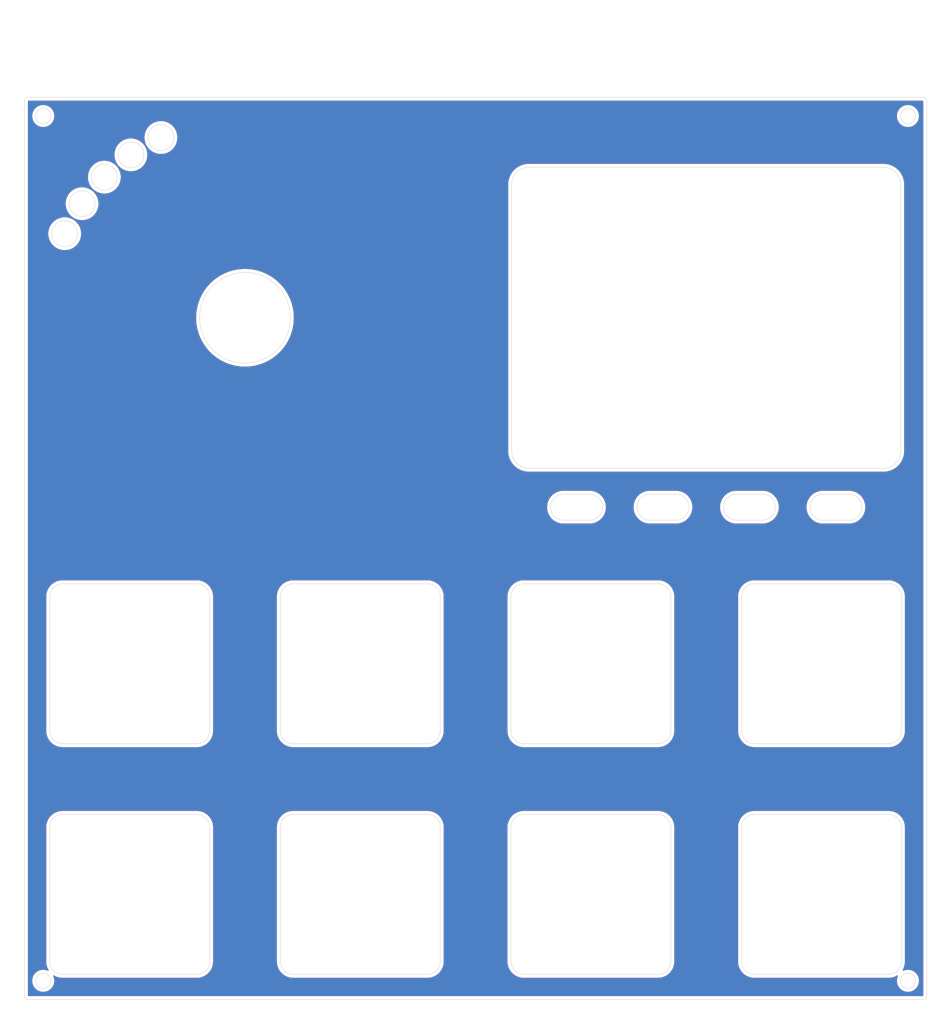
<source format=kicad_pcb>
(kicad_pcb
	(version 20240108)
	(generator "pcbnew")
	(generator_version "8.0")
	(general
		(thickness 1)
		(legacy_teardrops no)
	)
	(paper "A4")
	(layers
		(0 "F.Cu" signal)
		(31 "B.Cu" signal)
		(32 "B.Adhes" user "B.Adhesive")
		(33 "F.Adhes" user "F.Adhesive")
		(34 "B.Paste" user)
		(35 "F.Paste" user)
		(36 "B.SilkS" user "B.Silkscreen")
		(37 "F.SilkS" user "F.Silkscreen")
		(38 "B.Mask" user)
		(39 "F.Mask" user)
		(40 "Dwgs.User" user "User.Drawings")
		(41 "Cmts.User" user "User.Comments")
		(42 "Eco1.User" user "User.Eco1")
		(43 "Eco2.User" user "User.Eco2")
		(44 "Edge.Cuts" user)
		(45 "Margin" user)
		(46 "B.CrtYd" user "B.Courtyard")
		(47 "F.CrtYd" user "F.Courtyard")
		(48 "B.Fab" user)
		(49 "F.Fab" user)
	)
	(setup
		(stackup
			(layer "F.SilkS"
				(type "Top Silk Screen")
			)
			(layer "F.Paste"
				(type "Top Solder Paste")
			)
			(layer "F.Mask"
				(type "Top Solder Mask")
				(thickness 0.01)
			)
			(layer "F.Cu"
				(type "copper")
				(thickness 0.035)
			)
			(layer "dielectric 1"
				(type "core")
				(thickness 0.91)
				(material "FR4")
				(epsilon_r 4.5)
				(loss_tangent 0.02)
			)
			(layer "B.Cu"
				(type "copper")
				(thickness 0.035)
			)
			(layer "B.Mask"
				(type "Bottom Solder Mask")
				(thickness 0.01)
			)
			(layer "B.Paste"
				(type "Bottom Solder Paste")
			)
			(layer "B.SilkS"
				(type "Bottom Silk Screen")
			)
			(copper_finish "None")
			(dielectric_constraints no)
		)
		(pad_to_mask_clearance 0)
		(allow_soldermask_bridges_in_footprints no)
		(aux_axis_origin 100 100)
		(grid_origin 100 100)
		(pcbplotparams
			(layerselection 0x00010fc_ffffffff)
			(plot_on_all_layers_selection 0x0000000_00000000)
			(disableapertmacros no)
			(usegerberextensions no)
			(usegerberattributes no)
			(usegerberadvancedattributes no)
			(creategerberjobfile no)
			(dashed_line_dash_ratio 12.000000)
			(dashed_line_gap_ratio 3.000000)
			(svgprecision 6)
			(plotframeref no)
			(viasonmask no)
			(mode 1)
			(useauxorigin no)
			(hpglpennumber 1)
			(hpglpenspeed 20)
			(hpglpendiameter 15.000000)
			(pdf_front_fp_property_popups yes)
			(pdf_back_fp_property_popups yes)
			(dxfpolygonmode yes)
			(dxfimperialunits yes)
			(dxfusepcbnewfont yes)
			(psnegative no)
			(psa4output no)
			(plotreference yes)
			(plotvalue yes)
			(plotfptext yes)
			(plotinvisibletext no)
			(sketchpadsonfab no)
			(subtractmaskfromsilk no)
			(outputformat 1)
			(mirror no)
			(drillshape 0)
			(scaleselection 1)
			(outputdirectory "../../../../../Desktop/mfg/")
		)
	)
	(net 0 "")
	(net 1 "GND")
	(gr_line
		(start 140.005 140.005)
		(end 140.005 130.755)
		(stroke
			(width 0.1)
			(type default)
		)
		(layer "Cmts.User")
		(uuid "00ce9113-d002-40e6-b171-85ae8f91f834")
	)
	(gr_line
		(start 130.755 140.005)
		(end 140.005 140.005)
		(stroke
			(width 0.1)
			(type default)
		)
		(layer "Cmts.User")
		(uuid "163de12e-7553-44ba-8251-abe752dd3dd4")
	)
	(gr_line
		(start 77.415 140.005)
		(end 86.665 140.005)
		(stroke
			(width 0.1)
			(type default)
		)
		(layer "Cmts.User")
		(uuid "38e1b44a-dc35-4214-941c-731454f5fb4e")
	)
	(gr_line
		(start 126.67 95.23)
		(end 127.67 94.23)
		(stroke
			(width 0.1)
			(type default)
		)
		(layer "Cmts.User")
		(uuid "5799b883-f329-496f-962c-7e1fa1f4469a")
	)
	(gr_line
		(start 130.755 113.335)
		(end 140.005 113.335)
		(stroke
			(width 0.1)
			(type default)
		)
		(layer "Cmts.User")
		(uuid "599af1de-e4c0-4d9f-82fb-ee8369a1ecce")
	)
	(gr_line
		(start 104.085 113.335)
		(end 113.335 113.335)
		(stroke
			(width 0.1)
			(type default)
		)
		(layer "Cmts.User")
		(uuid "66aa63ab-aa03-407e-aa55-0b9e180f14ab")
	)
	(gr_line
		(start 59.995 140.005)
		(end 59.995 130.755)
		(stroke
			(width 0.1)
			(type default)
		)
		(layer "Cmts.User")
		(uuid "7045d5a7-c7af-408e-b244-8c0388f1cb4a")
	)
	(gr_line
		(start 50.745 113.335)
		(end 59.995 113.335)
		(stroke
			(width 0.1)
			(type default)
		)
		(layer "Cmts.User")
		(uuid "77773d4a-cbbb-4cbd-acd0-082b6ea83d68")
	)
	(gr_line
		(start 140.005 113.335)
		(end 140.005 104.085)
		(stroke
			(width 0.1)
			(type default)
		)
		(layer "Cmts.User")
		(uuid "7efa5ba7-5280-4126-9b77-9b81eda9ad0e")
	)
	(gr_line
		(start 59.995 113.335)
		(end 59.995 104.085)
		(stroke
			(width 0.1)
			(type default)
		)
		(layer "Cmts.User")
		(uuid "822146c1-4291-4e0a-ba1a-5312eae4823f")
	)
	(gr_line
		(start 113.335 140.005)
		(end 113.335 130.755)
		(stroke
			(width 0.1)
			(type default)
		)
		(layer "Cmts.User")
		(uuid "a0ff76d1-c63e-4df7-b9bb-c471f1ac33a9")
	)
	(gr_line
		(start 77.415 113.335)
		(end 86.665 113.335)
		(stroke
			(width 0.1)
			(type default)
		)
		(layer "Cmts.User")
		(uuid "aa33b2b2-4006-4128-a0b3-db009564c72d")
	)
	(gr_line
		(start 86.665 113.335)
		(end 86.665 104.085)
		(stroke
			(width 0.1)
			(type default)
		)
		(layer "Cmts.User")
		(uuid "ad3f603c-f1ef-499f-840f-908f961ce488")
	)
	(gr_line
		(start 125.67 94.23)
		(end 126.67 95.23)
		(stroke
			(width 0.1)
			(type default)
		)
		(layer "Cmts.User")
		(uuid "b068fe4a-0d16-49b8-9a04-f09f005afa25")
	)
	(gr_line
		(start 86.665 140.005)
		(end 86.665 130.755)
		(stroke
			(width 0.1)
			(type default)
		)
		(layer "Cmts.User")
		(uuid "cd634c8f-808d-4d0b-b3cd-7f0f205773f4")
	)
	(gr_line
		(start 104.085 140.005)
		(end 113.335 140.005)
		(stroke
			(width 0.1)
			(type default)
		)
		(layer "Cmts.User")
		(uuid "d4b3d237-758e-417e-8a10-c0a8047d1487")
	)
	(gr_line
		(start 50.745 140.005)
		(end 59.995 140.005)
		(stroke
			(width 0.1)
			(type default)
		)
		(layer "Cmts.User")
		(uuid "d6d4aa1e-3c6b-4600-967e-b7d7a68d1559")
	)
	(gr_line
		(start 113.335 113.335)
		(end 113.335 104.085)
		(stroke
			(width 0.1)
			(type default)
		)
		(layer "Cmts.User")
		(uuid "fceba58d-863c-404f-914b-05e3b2b96ef9")
	)
	(gr_arc
		(start 69.245 147.755)
		(mid 68.80566 148.81566)
		(end 67.745 149.255)
		(stroke
			(width 0.05)
			(type default)
		)
		(layer "Edge.Cuts")
		(uuid "0226e264-2a60-4c08-880a-854d5d0c0966")
	)
	(gr_arc
		(start 47.825 48.2)
		(mid 47.934835 47.934835)
		(end 48.2 47.825)
		(stroke
			(width 0.05)
			(type default)
		)
		(layer "Edge.Cuts")
		(uuid "083ea32f-b307-427d-abd3-2d2f3952c432")
	)
	(gr_arc
		(start 128.67 95.23)
		(mid 129.10934 94.16934)
		(end 130.17 93.73)
		(stroke
			(width 0.05)
			(type default)
		)
		(layer "Edge.Cuts")
		(uuid "094590a1-77d0-4616-a902-83d73fac2544")
	)
	(gr_line
		(start 110.17 93.73)
		(end 113.17 93.73)
		(stroke
			(width 0.05)
			(type default)
		)
		(layer "Edge.Cuts")
		(uuid "0fceeed4-046f-402b-a34c-dfe48ef38970")
	)
	(gr_arc
		(start 77.415 132.255)
		(mid 77.85434 131.19434)
		(end 78.915 130.755)
		(stroke
			(width 0.05)
			(type default)
		)
		(layer "Edge.Cuts")
		(uuid "12129a9b-f188-4b1a-8b69-62e7ad2556b3")
	)
	(gr_arc
		(start 105.585 122.585)
		(mid 104.52434 122.14566)
		(end 104.085 121.085)
		(stroke
			(width 0.05)
			(type default)
		)
		(layer "Edge.Cuts")
		(uuid "1238746e-ebab-423d-8a15-1dfb7263a265")
	)
	(gr_arc
		(start 67.745 130.755)
		(mid 68.80566 131.19434)
		(end 69.245 132.255)
		(stroke
			(width 0.05)
			(type default)
		)
		(layer "Edge.Cuts")
		(uuid "15e3fdf1-44fd-418c-b849-375c21b8b62f")
	)
	(gr_arc
		(start 113.17 93.73)
		(mid 114.23066 94.16934)
		(end 114.67 95.23)
		(stroke
			(width 0.05)
			(type default)
		)
		(layer "Edge.Cuts")
		(uuid "169a1267-f4b6-412c-9a30-8cb9447f9863")
	)
	(gr_arc
		(start 69.245 121.085)
		(mid 68.80566 122.14566)
		(end 67.745 122.585)
		(stroke
			(width 0.05)
			(type default)
		)
		(layer "Edge.Cuts")
		(uuid "17f8e3f7-f997-4eee-b277-70505cff9d0e")
	)
	(gr_arc
		(start 104.085 105.585)
		(mid 104.52434 104.52434)
		(end 105.585 104.085)
		(stroke
			(width 0.05)
			(type default)
		)
		(layer "Edge.Cuts")
		(uuid "192d44e4-c7c0-48e7-b026-321a4a080260")
	)
	(gr_arc
		(start 149.255 121.085)
		(mid 148.81566 122.14566)
		(end 147.755 122.585)
		(stroke
			(width 0.05)
			(type default)
		)
		(layer "Edge.Cuts")
		(uuid "1aa1cea6-3f25-4e83-88b7-977693b1ebea")
	)
	(gr_arc
		(start 147.755 104.085)
		(mid 148.81566 104.52434)
		(end 149.255 105.585)
		(stroke
			(width 0.05)
			(type default)
		)
		(layer "Edge.Cuts")
		(uuid "1b4a3137-585f-4fc2-b5d2-7d87d4a44f78")
	)
	(gr_circle
		(center 63.60978 52.484921)
		(end 65.10978 52.484921)
		(stroke
			(width 0.05)
			(type default)
		)
		(fill none)
		(layer "Edge.Cuts")
		(uuid "1cdd72bc-39f1-4999-a84e-267dda550eb6")
	)
	(gr_line
		(start 78.915 130.755)
		(end 94.415 130.755)
		(stroke
			(width 0.05)
			(type default)
		)
		(layer "Edge.Cuts")
		(uuid "1dc62c49-8fd5-467e-8b06-bf6b11b25ff1")
	)
	(gr_line
		(start 149.255 132.255)
		(end 149.255 147.755)
		(stroke
			(width 0.05)
			(type default)
		)
		(layer "Edge.Cuts")
		(uuid "1f63b1e6-e84a-474d-a8d4-b0c8f24a3c52")
	)
	(gr_arc
		(start 95.915 147.755)
		(mid 95.47566 148.81566)
		(end 94.415 149.255)
		(stroke
			(width 0.05)
			(type default)
		)
		(layer "Edge.Cuts")
		(uuid "27f80b54-06e6-43d3-a271-9f50a165fb97")
	)
	(gr_arc
		(start 94.415 130.755)
		(mid 95.47566 131.19434)
		(end 95.915 132.255)
		(stroke
			(width 0.05)
			(type default)
		)
		(layer "Edge.Cuts")
		(uuid "2d24b914-dba1-4b53-9201-05a907345772")
	)
	(gr_arc
		(start 78.915 122.585)
		(mid 77.85434 122.14566)
		(end 77.415 121.085)
		(stroke
			(width 0.05)
			(type default)
		)
		(layer "Edge.Cuts")
		(uuid "2ece94e6-8da6-47f8-b42f-d3f7e624f908")
	)
	(gr_line
		(start 77.415 121.085)
		(end 77.415 105.585)
		(stroke
			(width 0.05)
			(type default)
		)
		(layer "Edge.Cuts")
		(uuid "30357205-ef8a-4772-81e5-ac22b3b9bd44")
	)
	(gr_line
		(start 121.085 122.585)
		(end 105.585 122.585)
		(stroke
			(width 0.05)
			(type default)
		)
		(layer "Edge.Cuts")
		(uuid "3036e714-dac2-4622-8854-bddf59183ae3")
	)
	(gr_arc
		(start 124.67 95.23)
		(mid 124.23066 96.29066)
		(end 123.17 96.73)
		(stroke
			(width 0.05)
			(type default)
		)
		(layer "Edge.Cuts")
		(uuid "30e208b6-d040-44b9-9b1e-389c2fff1cc8")
	)
	(gr_arc
		(start 52.245 149.255)
		(mid 51.18434 148.81566)
		(end 50.745 147.755)
		(stroke
			(width 0.05)
			(type default)
		)
		(layer "Edge.Cuts")
		(uuid "311f2168-f779-46de-9d87-0d3d746f2cc4")
	)
	(gr_line
		(start 50.745 121.085)
		(end 50.745 105.585)
		(stroke
			(width 0.05)
			(type default)
		)
		(layer "Edge.Cuts")
		(uuid "38426ad5-4383-4199-b035-5a1e3c7a6865")
	)
	(gr_arc
		(start 144.67 95.23)
		(mid 144.23066 96.29066)
		(end 143.17 96.73)
		(stroke
			(width 0.05)
			(type default)
		)
		(layer "Edge.Cuts")
		(uuid "39bd729c-f325-4812-b6e3-dde5ff635ed7")
	)
	(gr_arc
		(start 147.755 130.755)
		(mid 148.81566 131.19434)
		(end 149.255 132.255)
		(stroke
			(width 0.05)
			(type default)
		)
		(layer "Edge.Cuts")
		(uuid "3dae74e4-44ef-43d4-9589-a8fc49b32034")
	)
	(gr_arc
		(start 110.17 96.73)
		(mid 109.10934 96.29066)
		(end 108.67 95.23)
		(stroke
			(width 0.05)
			(type default)
		)
		(layer "Edge.Cuts")
		(uuid "41810d0f-3e31-4dc0-8f2c-aa8ce48d9328")
	)
	(gr_arc
		(start 149.17 88.73)
		(mid 148.584214 90.144214)
		(end 147.17 90.73)
		(stroke
			(width 0.05)
			(type default)
		)
		(layer "Edge.Cuts")
		(uuid "427af0d5-e412-48a5-ad48-adf05f59598f")
	)
	(gr_arc
		(start 67.745 104.085)
		(mid 68.80566 104.52434)
		(end 69.245 105.585)
		(stroke
			(width 0.05)
			(type default)
		)
		(layer "Edge.Cuts")
		(uuid "43508a55-a249-43e0-89db-3c5d8164444c")
	)
	(gr_arc
		(start 50.745 105.585)
		(mid 51.18434 104.52434)
		(end 52.245 104.085)
		(stroke
			(width 0.05)
			(type default)
		)
		(layer "Edge.Cuts")
		(uuid "436bcc72-e5a7-4d65-b226-16b6b8f2279f")
	)
	(gr_line
		(start 77.415 147.755)
		(end 77.415 132.255)
		(stroke
			(width 0.05)
			(type default)
		)
		(layer "Edge.Cuts")
		(uuid "4488181f-02df-48ab-aa4d-a2701e3394c7")
	)
	(gr_line
		(start 47.825 151.8)
		(end 47.825 48.2)
		(stroke
			(width 0.05)
			(type default)
		)
		(layer "Edge.Cuts")
		(uuid "454b795b-519a-400d-b355-a98c0b7560ae")
	)
	(gr_circle
		(center 54.489503 60.137742)
		(end 55.989503 60.137742)
		(stroke
			(width 0.05)
			(type default)
		)
		(fill none)
		(layer "Edge.Cuts")
		(uuid "4a3eabf4-f383-4f19-9509-3dd702c592d3")
	)
	(gr_arc
		(start 78.915 149.255)
		(mid 77.85434 148.81566)
		(end 77.415 147.755)
		(stroke
			(width 0.05)
			(type default)
		)
		(layer "Edge.Cuts")
		(uuid "4c78eff5-e64c-4c82-9ae6-58361243fe19")
	)
	(gr_line
		(start 113.17 96.73)
		(end 110.17 96.73)
		(stroke
			(width 0.05)
			(type default)
		)
		(layer "Edge.Cuts")
		(uuid "4ee0079a-6933-4999-a4b9-9149ffd7f709")
	)
	(gr_arc
		(start 120.17 96.73)
		(mid 119.10934 96.29066)
		(end 118.67 95.23)
		(stroke
			(width 0.05)
			(type default)
		)
		(layer "Edge.Cuts")
		(uuid "51b6706d-f8df-477c-9d1d-0dcc486addcd")
	)
	(gr_circle
		(center 50 150)
		(end 50.875 150)
		(stroke
			(width 0.05)
			(type default)
		)
		(fill none)
		(layer "Edge.Cuts")
		(uuid "56938745-01aa-4e55-a39c-08ab78074926")
	)
	(gr_arc
		(start 106.17 90.73)
		(mid 104.755786 90.144214)
		(end 104.17 88.73)
		(stroke
			(width 0.05)
			(type default)
		)
		(layer "Edge.Cuts")
		(uuid "5908f530-e4c9-4360-81a9-4c2d9e2ec2f4")
	)
	(gr_arc
		(start 121.085 130.755)
		(mid 122.14566 131.19434)
		(end 122.585 132.255)
		(stroke
			(width 0.05)
			(type default)
		)
		(layer "Edge.Cuts")
		(uuid "59814559-f75e-4900-9004-a5090a603e39")
	)
	(gr_line
		(start 140.17 93.73)
		(end 143.17 93.73)
		(stroke
			(width 0.05)
			(type default)
		)
		(layer "Edge.Cuts")
		(uuid "5abbe585-598e-425f-91be-8fa1ca554a8c")
	)
	(gr_arc
		(start 138.67 95.23)
		(mid 139.10934 94.16934)
		(end 140.17 93.73)
		(stroke
			(width 0.05)
			(type default)
		)
		(layer "Edge.Cuts")
		(uuid "5b20c71d-25e1-44ba-8ef5-a38af4ad7ade")
	)
	(gr_line
		(start 147.755 149.255)
		(end 132.255 149.255)
		(stroke
			(width 0.05)
			(type default)
		)
		(layer "Edge.Cuts")
		(uuid "5b604dbb-07ac-4dde-8255-3e2a2b5836ff")
	)
	(gr_circle
		(center 60.137742 54.489503)
		(end 61.637742 54.489503)
		(stroke
			(width 0.05)
			(type default)
		)
		(fill none)
		(layer "Edge.Cuts")
		(uuid "60490020-4418-46ec-bb21-85f2cae173c5")
	)
	(gr_line
		(start 52.245 104.085)
		(end 67.745 104.085)
		(stroke
			(width 0.05)
			(type default)
		)
		(layer "Edge.Cuts")
		(uuid "614eeb9e-ee88-42cb-8fca-a9f4571dc3d9")
	)
	(gr_line
		(start 133.17 96.73)
		(end 130.17 96.73)
		(stroke
			(width 0.05)
			(type default)
		)
		(layer "Edge.Cuts")
		(uuid "63001a2b-5fc8-4bb7-800b-d50b08cf956f")
	)
	(gr_line
		(start 149.17 57.93)
		(end 149.17 88.73)
		(stroke
			(width 0.05)
			(type default)
		)
		(layer "Edge.Cuts")
		(uuid "6503dcdc-d3ac-4248-b33f-e5ca2ababd23")
	)
	(gr_arc
		(start 121.085 104.085)
		(mid 122.14566 104.52434)
		(end 122.585 105.585)
		(stroke
			(width 0.05)
			(type default)
		)
		(layer "Edge.Cuts")
		(uuid "67271fad-9467-43b3-b1db-4974f8ece72c")
	)
	(gr_line
		(start 147.755 122.585)
		(end 132.255 122.585)
		(stroke
			(width 0.05)
			(type default)
		)
		(layer "Edge.Cuts")
		(uuid "6c08d537-65c0-4d4e-8954-5e75a27d870a")
	)
	(gr_circle
		(center 50 50)
		(end 50.875 50)
		(stroke
			(width 0.05)
			(type default)
		)
		(fill none)
		(layer "Edge.Cuts")
		(uuid "6d0bc10f-0a50-41ca-a46f-43cec27b0461")
	)
	(gr_arc
		(start 130.755 132.255)
		(mid 131.19434 131.19434)
		(end 132.255 130.755)
		(stroke
			(width 0.05)
			(type default)
		)
		(layer "Edge.Cuts")
		(uuid "702246bf-fff4-44e7-9a86-066e0bb6d1ef")
	)
	(gr_arc
		(start 95.915 121.085)
		(mid 95.47566 122.14566)
		(end 94.415 122.585)
		(stroke
			(width 0.05)
			(type default)
		)
		(layer "Edge.Cuts")
		(uuid "74cef99f-3b15-4f42-97aa-37b7ddd5cf3d")
	)
	(gr_line
		(start 147.17 90.73)
		(end 106.17 90.73)
		(stroke
			(width 0.05)
			(type default)
		)
		(layer "Edge.Cuts")
		(uuid "76478499-7648-47fd-890b-43cbdd3b2986")
	)
	(gr_arc
		(start 114.67 95.23)
		(mid 114.23066 96.29066)
		(end 113.17 96.73)
		(stroke
			(width 0.05)
			(type default)
		)
		(layer "Edge.Cuts")
		(uuid "782b21ad-1527-4968-9f02-2745a6cda92a")
	)
	(gr_line
		(start 123.17 96.73)
		(end 120.17 96.73)
		(stroke
			(width 0.05)
			(type default)
		)
		(layer "Edge.Cuts")
		(uuid "78c4eac4-eb4d-4f85-8a88-9842df5f96e2")
	)
	(gr_arc
		(start 149.255 147.755)
		(mid 148.81566 148.81566)
		(end 147.755 149.255)
		(stroke
			(width 0.05)
			(type default)
		)
		(layer "Edge.Cuts")
		(uuid "7d4be5c5-6a33-4a4a-97c7-9559f2bc6293")
	)
	(gr_line
		(start 94.415 122.585)
		(end 78.915 122.585)
		(stroke
			(width 0.05)
			(type default)
		)
		(layer "Edge.Cuts")
		(uuid "840ee92d-81aa-409c-b31a-e154d6b859fa")
	)
	(gr_line
		(start 69.245 132.255)
		(end 69.245 147.755)
		(stroke
			(width 0.05)
			(type default)
		)
		(layer "Edge.Cuts")
		(uuid "849d313d-b598-4f14-bc33-3fb3543ed05d")
	)
	(gr_line
		(start 67.745 122.585)
		(end 52.245 122.585)
		(stroke
			(width 0.05)
			(type default)
		)
		(layer "Edge.Cuts")
		(uuid "8897b9e3-2c59-49e5-920b-b58272aa91e4")
	)
	(gr_line
		(start 132.255 104.085)
		(end 147.755 104.085)
		(stroke
			(width 0.05)
			(type default)
		)
		(layer "Edge.Cuts")
		(uuid "89faf925-d98e-424c-9465-efa8be08c70c")
	)
	(gr_arc
		(start 77.415 105.585)
		(mid 77.85434 104.52434)
		(end 78.915 104.085)
		(stroke
			(width 0.05)
			(type default)
		)
		(layer "Edge.Cuts")
		(uuid "8ae39704-5150-41d4-97a2-a95215141bbc")
	)
	(gr_line
		(start 105.585 130.755)
		(end 121.085 130.755)
		(stroke
			(width 0.05)
			(type default)
		)
		(layer "Edge.Cuts")
		(uuid "8c12e2a7-29fd-44f3-93b8-e4bc8522480f")
	)
	(gr_line
		(start 78.915 104.085)
		(end 94.415 104.085)
		(stroke
			(width 0.05)
			(type default)
		)
		(layer "Edge.Cuts")
		(uuid "8f444ad1-1eff-42de-8714-16368c2b172a")
	)
	(gr_line
		(start 104.085 147.755)
		(end 104.085 132.255)
		(stroke
			(width 0.05)
			(type default)
		)
		(layer "Edge.Cuts")
		(uuid "8f7bcbba-8a28-4fd1-ae6f-bcea72297c9f")
	)
	(gr_line
		(start 143.17 96.73)
		(end 140.17 96.73)
		(stroke
			(width 0.05)
			(type default)
		)
		(layer "Edge.Cuts")
		(uuid "8f87147e-9575-4b08-b689-90067d412513")
	)
	(gr_line
		(start 132.255 130.755)
		(end 147.755 130.755)
		(stroke
			(width 0.05)
			(type default)
		)
		(layer "Edge.Cuts")
		(uuid "9098099b-bbe2-4a1e-a7b8-f9d20f8b3034")
	)
	(gr_line
		(start 130.17 93.73)
		(end 133.17 93.73)
		(stroke
			(width 0.05)
			(type default)
		)
		(layer "Edge.Cuts")
		(uuid "96606ede-dc37-4329-b143-da1f0ac67cdf")
	)
	(gr_arc
		(start 143.17 93.73)
		(mid 144.23066 94.16934)
		(end 144.67 95.23)
		(stroke
			(width 0.05)
			(type default)
		)
		(layer "Edge.Cuts")
		(uuid "971906a8-b6ca-4980-aa2f-a1cf932c3830")
	)
	(gr_circle
		(center 150 50)
		(end 150.875 50)
		(stroke
			(width 0.05)
			(type default)
		)
		(fill none)
		(layer "Edge.Cuts")
		(uuid "99a7e69d-25c2-4716-9558-5e3862a88201")
	)
	(gr_line
		(start 104.085 121.085)
		(end 104.085 105.585)
		(stroke
			(width 0.05)
			(type default)
		)
		(layer "Edge.Cuts")
		(uuid "9ae5e016-4ef0-495c-9506-4b1977aa57e5")
	)
	(gr_line
		(start 67.745 149.255)
		(end 52.245 149.255)
		(stroke
			(width 0.05)
			(type default)
		)
		(layer "Edge.Cuts")
		(uuid "9cb8f3ea-fd96-4844-9624-a4b152bb2c69")
	)
	(gr_arc
		(start 122.585 121.085)
		(mid 122.14566 122.14566)
		(end 121.085 122.585)
		(stroke
			(width 0.05)
			(type default)
		)
		(layer "Edge.Cuts")
		(uuid "9ebd6955-3684-47b8-852a-db78c7106e43")
	)
	(gr_line
		(start 50.745 147.755)
		(end 50.745 132.255)
		(stroke
			(width 0.05)
			(type default)
		)
		(layer "Edge.Cuts")
		(uuid "9f022dc4-1b87-4a7f-8837-f114c4a88767")
	)
	(gr_arc
		(start 94.415 104.085)
		(mid 95.47566 104.52434)
		(end 95.915 105.585)
		(stroke
			(width 0.05)
			(type default)
		)
		(layer "Edge.Cuts")
		(uuid "a23bdd75-c757-4f93-b8e1-5d5cc653b7a0")
	)
	(gr_arc
		(start 123.17 93.73)
		(mid 124.23066 94.16934)
		(end 124.67 95.23)
		(stroke
			(width 0.05)
			(type default)
		)
		(layer "Edge.Cuts")
		(uuid "a2408349-bd25-4260-a661-83e0a1850b9a")
	)
	(gr_arc
		(start 48.2 152.175)
		(mid 47.934835 152.065165)
		(end 47.825 151.8)
		(stroke
			(width 0.05)
			(type default)
		)
		(layer "Edge.Cuts")
		(uuid "a3329e6c-e28d-4014-bb27-043462f3e0a6")
	)
	(gr_line
		(start 130.755 121.085)
		(end 130.755 105.585)
		(stroke
			(width 0.05)
			(type default)
		)
		(layer "Edge.Cuts")
		(uuid "a98de099-621f-41e7-9040-bab549cd527d")
	)
	(gr_arc
		(start 52.245 122.585)
		(mid 51.18434 122.14566)
		(end 50.745 121.085)
		(stroke
			(width 0.05)
			(type default)
		)
		(layer "Edge.Cuts")
		(uuid "ad6d0a16-8484-4391-9c9c-b3f8c3c0cc7a")
	)
	(gr_line
		(start 106.17 55.93)
		(end 147.17 55.93)
		(stroke
			(width 0.05)
			(type default)
		)
		(layer "Edge.Cuts")
		(uuid "ae5a730a-4867-48e6-963b-985e55174c40")
	)
	(gr_arc
		(start 104.17 57.93)
		(mid 104.755786 56.515786)
		(end 106.17 55.93)
		(stroke
			(width 0.05)
			(type default)
		)
		(layer "Edge.Cuts")
		(uuid "aee53716-0a2e-4665-b7d8-9343573bacdc")
	)
	(gr_arc
		(start 108.67 95.23)
		(mid 109.10934 94.16934)
		(end 110.17 93.73)
		(stroke
			(width 0.05)
			(type default)
		)
		(layer "Edge.Cuts")
		(uuid "b160512e-8489-4fef-a9da-5a38438d3e53")
	)
	(gr_line
		(start 105.585 104.085)
		(end 121.085 104.085)
		(stroke
			(width 0.05)
			(type default)
		)
		(layer "Edge.Cuts")
		(uuid "b3809f43-9a20-407f-8a08-c567ab6d8e87")
	)
	(gr_arc
		(start 133.17 93.73)
		(mid 134.23066 94.16934)
		(end 134.67 95.23)
		(stroke
			(width 0.05)
			(type default)
		)
		(layer "Edge.Cuts")
		(uuid "b718210a-6e9e-446b-b540-745a7c9e706d")
	)
	(gr_arc
		(start 130.17 96.73)
		(mid 129.10934 96.29066)
		(end 128.67 95.23)
		(stroke
			(width 0.05)
			(type default)
		)
		(layer "Edge.Cuts")
		(uuid "bdf612a3-3179-4cec-b8be-0337adee1746")
	)
	(gr_line
		(start 122.585 132.255)
		(end 122.585 147.755)
		(stroke
			(width 0.05)
			(type default)
		)
		(layer "Edge.Cuts")
		(uuid "bf972c52-d3cb-4be4-9be9-5811af74c7ff")
	)
	(gr_line
		(start 152.175 48.2)
		(end 152.175 151.8)
		(stroke
			(width 0.05)
			(type default)
		)
		(layer "Edge.Cuts")
		(uuid "c06f1b47-1c1e-4e79-81ee-b86ba353a39e")
	)
	(gr_arc
		(start 147.17 55.93)
		(mid 148.584214 56.515786)
		(end 149.17 57.93)
		(stroke
			(width 0.05)
			(type default)
		)
		(layer "Edge.Cuts")
		(uuid "c1bed3a5-04a1-488f-ae85-a15a02d901bb")
	)
	(gr_line
		(start 69.245 105.585)
		(end 69.245 121.085)
		(stroke
			(width 0.05)
			(type default)
		)
		(layer "Edge.Cuts")
		(uuid "c241978c-8ee1-459b-923d-56f512780e14")
	)
	(gr_arc
		(start 122.585 147.755)
		(mid 122.14566 148.81566)
		(end 121.085 149.255)
		(stroke
			(width 0.05)
			(type default)
		)
		(layer "Edge.Cuts")
		(uuid "c3fceb76-236c-4624-b28d-391d5dc7555e")
	)
	(gr_line
		(start 151.8 152.175)
		(end 48.2 152.175)
		(stroke
			(width 0.05)
			(type default)
		)
		(layer "Edge.Cuts")
		(uuid "cd48f393-7870-4686-a4a9-df5b0d61808c")
	)
	(gr_line
		(start 122.585 105.585)
		(end 122.585 121.085)
		(stroke
			(width 0.05)
			(type default)
		)
		(layer "Edge.Cuts")
		(uuid "d1b93690-2d5d-4546-aa83-685baf5d7fb2")
	)
	(gr_arc
		(start 140.17 96.73)
		(mid 139.10934 96.29066)
		(end 138.67 95.23)
		(stroke
			(width 0.05)
			(type default)
		)
		(layer "Edge.Cuts")
		(uuid "d66de513-9ac4-48f5-9040-58b0dffb21b1")
	)
	(gr_line
		(start 121.085 149.255)
		(end 105.585 149.255)
		(stroke
			(width 0.05)
			(type default)
		)
		(layer "Edge.Cuts")
		(uuid "d850d3b6-0b70-4b9a-bc2a-b36776c584d9")
	)
	(gr_arc
		(start 105.585 149.255)
		(mid 104.52434 148.81566)
		(end 104.085 147.755)
		(stroke
			(width 0.05)
			(type default)
		)
		(layer "Edge.Cuts")
		(uuid "d959fd06-3ebb-44e4-b3dd-f93983b6dfc1")
	)
	(gr_circle
		(center 73.33 73.33)
		(end 78.58 73.33)
		(stroke
			(width 0.05)
			(type default)
		)
		(fill none)
		(layer "Edge.Cuts")
		(uuid "d9a2abbf-c5c8-4866-8af4-011896055609")
	)
	(gr_arc
		(start 104.085 132.255)
		(mid 104.52434 131.19434)
		(end 105.585 130.755)
		(stroke
			(width 0.05)
			(type default)
		)
		(layer "Edge.Cuts")
		(uuid "de4a311b-b459-4bd3-81d0-50427960ebe1")
	)
	(gr_arc
		(start 151.8 47.825)
		(mid 152.065165 47.934835)
		(end 152.175 48.2)
		(stroke
			(width 0.05)
			(type default)
		)
		(layer "Edge.Cuts")
		(uuid "e183ee8a-4916-49dc-b2bd-069dd81a16d5")
	)
	(gr_line
		(start 94.415 149.255)
		(end 78.915 149.255)
		(stroke
			(width 0.05)
			(type default)
		)
		(layer "Edge.Cuts")
		(uuid "e54aecf4-6793-48b4-85b8-21c63fd41850")
	)
	(gr_line
		(start 95.915 132.255)
		(end 95.915 147.755)
		(stroke
			(width 0.05)
			(type default)
		)
		(layer "Edge.Cuts")
		(uuid "e5d4813c-059b-4109-81e7-36be76fbe307")
	)
	(gr_circle
		(center 150 150)
		(end 150.875 150)
		(stroke
			(width 0.05)
			(type default)
		)
		(fill none)
		(layer "Edge.Cuts")
		(uuid "e7bae3c7-24cb-4b5e-83e5-e537fca5537f")
	)
	(gr_arc
		(start 132.255 122.585)
		(mid 131.19434 122.14566)
		(end 130.755 121.085)
		(stroke
			(width 0.05)
			(type default)
		)
		(layer "Edge.Cuts")
		(uuid "e95e492e-692a-4c2a-81bf-ddaeaee63116")
	)
	(gr_arc
		(start 152.175 151.8)
		(mid 152.065165 152.065165)
		(end 151.8 152.175)
		(stroke
			(width 0.05)
			(type default)
		)
		(layer "Edge.Cuts")
		(uuid "ebe8715c-18d0-45ee-860e-8dab93bff336")
	)
	(gr_arc
		(start 50.745 132.255)
		(mid 51.18434 131.19434)
		(end 52.245 130.755)
		(stroke
			(width 0.05)
			(type default)
		)
		(layer "Edge.Cuts")
		(uuid "ec50cb12-be1e-4d31-b559-36f2f959ee4c")
	)
	(gr_arc
		(start 118.67 95.23)
		(mid 119.10934 94.16934)
		(end 120.17 93.73)
		(stroke
			(width 0.05)
			(type default)
		)
		(layer "Edge.Cuts")
		(uuid "f3103883-b1d8-4dff-92aa-cb370918116c")
	)
	(gr_line
		(start 52.245 130.755)
		(end 67.745 130.755)
		(stroke
			(width 0.05)
			(type default)
		)
		(layer "Edge.Cuts")
		(uuid "f36efef3-e05e-4c47-9187-f2ecce5d0ff4")
	)
	(gr_arc
		(start 130.755 105.585)
		(mid 131.19434 104.52434)
		(end 132.255 104.085)
		(stroke
			(width 0.05)
			(type default)
		)
		(layer "Edge.Cuts")
		(uuid "f420b8a0-9429-4489-b06e-f3bb65bf8aa7")
	)
	(gr_arc
		(start 134.67 95.23)
		(mid 134.23066 96.29066)
		(end 133.17 96.73)
		(stroke
			(width 0.05)
			(type default)
		)
		(layer "Edge.Cuts")
		(uuid "f49317b6-5e83-4acd-bc3b-299786f4018f")
	)
	(gr_line
		(start 48.2 47.825)
		(end 151.8 47.825)
		(stroke
			(width 0.05)
			(type default)
		)
		(layer "Edge.Cuts")
		(uuid "f5ab47ea-986a-48bc-8942-916193eb5d2e")
	)
	(gr_arc
		(start 132.255 149.255)
		(mid 131.19434 148.81566)
		(end 130.755 147.755)
		(stroke
			(width 0.05)
			(type default)
		)
		(layer "Edge.Cuts")
		(uuid "f7ad94fd-7874-41aa-b7b3-4c163b001bb4")
	)
	(gr_line
		(start 95.915 105.585)
		(end 95.915 121.085)
		(stroke
			(width 0.05)
			(type default)
		)
		(layer "Edge.Cuts")
		(uuid "f868406f-73b2-458b-8c89-a58dbefb9bf2")
	)
	(gr_circle
		(center 52.484921 63.60978)
		(end 53.984921 63.60978)
		(stroke
			(width 0.05)
			(type default)
		)
		(fill none)
		(layer "Edge.Cuts")
		(uuid "f9a86b6d-acb5-4e2c-b28e-2f19483845ce")
	)
	(gr_circle
		(center 57.066544 57.066544)
		(end 58.566544 57.066544)
		(stroke
			(width 0.05)
			(type default)
		)
		(fill none)
		(layer "Edge.Cuts")
		(uuid "fac00915-7c12-4554-99a6-7ed5d8c33562")
	)
	(gr_line
		(start 120.17 93.73)
		(end 123.17 93.73)
		(stroke
			(width 0.05)
			(type default)
		)
		(layer "Edge.Cuts")
		(uuid "fc91e8d0-dd8b-43b4-985d-49fbaa650dec")
	)
	(gr_line
		(start 149.255 105.585)
		(end 149.255 121.085)
		(stroke
			(width 0.05)
			(type default)
		)
		(layer "Edge.Cuts")
		(uuid "fee183df-0580-489c-9821-2b0a72a5b6d1")
	)
	(gr_line
		(start 130.755 147.755)
		(end 130.755 132.255)
		(stroke
			(width 0.05)
			(type default)
		)
		(layer "Edge.Cuts")
		(uuid "ff77a985-c020-4ace-bd06-4d5b1ead193f")
	)
	(gr_line
		(start 104.17 88.73)
		(end 104.17 57.93)
		(stroke
			(width 0.05)
			(type default)
		)
		(layer "Edge.Cuts")
		(uuid "ff875f75-ccfb-4593-b0d1-1c7474b951aa")
	)
	(gr_text "Default Routing Grid: 0,2500 mm\nAnalog Routing Grid: 0,1270 mm\nLED Routing Grid: 0,6350 mm\n"
		(at 49.835 39.04 0)
		(layer "Cmts.User")
		(uuid "ccd05413-6182-4c46-9592-3bd8f3b8472e")
		(effects
			(font
				(size 1 1)
				(thickness 0.15)
			)
			(justify left)
		)
	)
	(dimension
		(type orthogonal)
		(layer "Cmts.User")
		(uuid "5cd79eaf-0f94-4f1e-8bc0-3ac13bfb5189")
		(pts
			(xy 100 100) (xy 126.67 95.23)
		)
		(height 0)
		(orientation 0)
		(gr_text "26,6700 mm"
			(at 113.335 98.85 0)
			(layer "Cmts.User")
			(uuid "5cd79eaf-0f94-4f1e-8bc0-3ac13bfb5189")
			(effects
				(font
					(size 1 1)
					(thickness 0.15)
				)
			)
		)
		(format
			(prefix "")
			(suffix "")
			(units 3)
			(units_format 1)
			(precision 4)
		)
		(style
			(thickness 0.1)
			(arrow_length 1.27)
			(text_position_mode 0)
			(extension_height 0.58642)
			(extension_offset 0.5) keep_text_aligned)
	)
	(dimension
		(type orthogonal)
		(layer "Cmts.User")
		(uuid "eb8fdc5b-8a3d-4344-b3c5-20a069f10089")
		(pts
			(xy 100 100) (xy 126.67 95.23)
		)
		(height 0)
		(orientation 1)
		(gr_text "4,7700 mm"
			(at 98.85 97.615 90)
			(layer "Cmts.User")
			(uuid "eb8fdc5b-8a3d-4344-b3c5-20a069f10089")
			(effects
				(font
					(size 1 1)
					(thickness 0.15)
				)
			)
		)
		(format
			(prefix "")
			(suffix "")
			(units 3)
			(units_format 1)
			(precision 4)
		)
		(style
			(thickness 0.1)
			(arrow_length 1.27)
			(text_position_mode 0)
			(extension_height 0.58642)
			(extension_offset 0.5) keep_text_aligned)
	)
	(zone
		(net 1)
		(net_name "GND")
		(layer "F.Cu")
		(uuid "ec792cd5-429c-4d89-9717-bd788424d15a")
		(hatch edge 0.508)
		(connect_pads
			(clearance 0.254)
		)
		(min_thickness 0.1524)
		(filled_areas_thickness no)
		(fill yes
			(thermal_gap 0.508)
			(thermal_bridge_width 0.254)
			(island_removal_mode 2)
			(island_area_min 10)
		)
		(polygon
			(pts
				(xy 45 45) (xy 46 41) (xy 48 41) (xy 49 45) (xy 155 45) (xy 155 155) (xy 45 155)
			)
		)
		(filled_polygon
			(layer "F.Cu")
			(pts
				(xy 151.747638 48.243093) (xy 151.773358 48.287642) (xy 151.7745 48.3007) (xy 151.7745 151.6993)
				(xy 151.756907 151.747638) (xy 151.712358 151.773358) (xy 151.6993 151.7745) (xy 48.3007 151.7745)
				(xy 48.252362 151.756907) (xy 48.226642 151.712358) (xy 48.2255 151.6993) (xy 48.2255 150) (xy 48.719628 150)
				(xy 48.739079 150.222329) (xy 48.796844 150.437912) (xy 48.796845 150.437916) (xy 48.891161 150.64018)
				(xy 49.019173 150.823001) (xy 49.019184 150.823014) (xy 49.176985 150.980815) (xy 49.176998 150.980826)
				(xy 49.268217 151.044697) (xy 49.359814 151.108835) (xy 49.359816 151.108835) (xy 49.359819 151.108838)
				(xy 49.528144 151.187328) (xy 49.562087 151.203156) (xy 49.777666 151.26092) (xy 50 151.280372)
				(xy 50.222334 151.26092) (xy 50.437913 151.203156) (xy 50.640186 151.108835) (xy 50.823007 150.980822)
				(xy 50.980822 150.823007) (xy 51.108835 150.640186) (xy 51.203156 150.437913) (xy 51.26092 150.222334)
				(xy 51.280372 150) (xy 51.26092 149.777666) (xy 51.203156 149.562087) (xy 51.167343 149.485285)
				(xy 51.162861 149.434041) (xy 51.192365 149.391904) (xy 51.242053 149.378591) (xy 51.273095 149.388379)
				(xy 51.402627 149.463164) (xy 51.632793 149.558502) (xy 51.873435 149.622982) (xy 52.120435 149.6555)
				(xy 52.120438 149.6555) (xy 67.869562 149.6555) (xy 67.869565 149.6555) (xy 68.116565 149.622982)
				(xy 68.357207 149.558502) (xy 68.587373 149.463164) (xy 68.803127 149.338599) (xy 69.000776 149.186938)
				(xy 69.176938 149.010776) (xy 69.328599 148.813127) (xy 69.453164 148.597373) (xy 69.548502 148.367207)
				(xy 69.612982 148.126565) (xy 69.6455 147.879565) (xy 69.6455 147.755) (xy 69.6455 147.697417) (xy 69.6455 132.202273)
				(xy 69.6455 132.130435) (xy 77.0145 132.130435) (xy 77.0145 132.202273) (xy 77.0145 147.697417)
				(xy 77.0145 147.755) (xy 77.0145 147.879565) (xy 77.047018 148.126565) (xy 77.047019 148.126568)
				(xy 77.047019 148.126569) (xy 77.111499 148.367209) (xy 77.111499 148.36721) (xy 77.206836 148.597374)
				(xy 77.331402 148.813129) (xy 77.483057 149.01077) (xy 77.483069 149.010784) (xy 77.659215 149.18693)
				(xy 77.659222 149.186936) (xy 77.659224 149.186938) (xy 77.856873 149.338599) (xy 78.072627 149.463164)
				(xy 78.302793 149.558502) (xy 78.543435 149.622982) (xy 78.790435 149.6555) (xy 78.790438 149.6555)
				(xy 94.539562 149.6555) (xy 94.539565 149.6555) (xy 94.786565 149.622982) (xy 95.027207 149.558502)
				(xy 95.257373 149.463164) (xy 95.473127 149.338599) (xy 95.670776 149.186938) (xy 95.846938 149.010776)
				(xy 95.998599 148.813127) (xy 96.123164 148.597373) (xy 96.218502 148.367207) (xy 96.282982 148.126565)
				(xy 96.3155 147.879565) (xy 96.3155 147.755) (xy 96.3155 147.697417) (xy 96.3155 132.202273) (xy 96.3155 132.130435)
				(xy 103.6845 132.130435) (xy 103.6845 132.202273) (xy 103.6845 147.697417) (xy 103.6845 147.755)
				(xy 103.6845 147.879565) (xy 103.717018 148.126565) (xy 103.717019 148.126568) (xy 103.717019 148.126569)
				(xy 103.781499 148.367209) (xy 103.781499 148.36721) (xy 103.876836 148.597374) (xy 104.001402 148.813129)
				(xy 104.153057 149.01077) (xy 104.153069 149.010784) (xy 104.329215 149.18693) (xy 104.329222 149.186936)
				(xy 104.329224 149.186938) (xy 104.526873 149.338599) (xy 104.742627 149.463164) (xy 104.972793 149.558502)
				(xy 105.213435 149.622982) (xy 105.460435 149.6555) (xy 105.460438 149.6555) (xy 121.209562 149.6555)
				(xy 121.209565 149.6555) (xy 121.456565 149.622982) (xy 121.697207 149.558502) (xy 121.927373 149.463164)
				(xy 122.143127 149.338599) (xy 122.340776 149.186938) (xy 122.516938 149.010776) (xy 122.668599 148.813127)
				(xy 122.793164 148.597373) (xy 122.888502 148.367207) (xy 122.952982 148.126565) (xy 122.9855 147.879565)
				(xy 122.9855 147.755) (xy 122.9855 147.697417) (xy 122.9855 132.202273) (xy 122.9855 132.130435)
				(xy 130.3545 132.130435) (xy 130.3545 132.202273) (xy 130.3545 147.697417) (xy 130.3545 147.755)
				(xy 130.3545 147.879565) (xy 130.387018 148.126565) (xy 130.387019 148.126568) (xy 130.387019 148.126569)
				(xy 130.451499 148.367209) (xy 130.451499 148.36721) (xy 130.546836 148.597374) (xy 130.671402 148.813129)
				(xy 130.823057 149.01077) (xy 130.823069 149.010784) (xy 130.999215 149.18693) (xy 130.999222 149.186936)
				(xy 130.999224 149.186938) (xy 131.196873 149.338599) (xy 131.412627 149.463164) (xy 131.642793 149.558502)
				(xy 131.883435 149.622982) (xy 132.130435 149.6555) (xy 132.130438 149.6555) (xy 147.879562 149.6555)
				(xy 147.879565 149.6555) (xy 148.126565 149.622982) (xy 148.367207 149.558502) (xy 148.597373 149.463164)
				(xy 148.726903 149.388379) (xy 148.77756 149.379447) (xy 148.822108 149.405167) (xy 148.839702 149.453505)
				(xy 148.832657 149.485285) (xy 148.796843 149.562087) (xy 148.739079 149.77767) (xy 148.719628 150)
				(xy 148.739079 150.222329) (xy 148.796844 150.437912) (xy 148.796845 150.437916) (xy 148.891161 150.64018)
				(xy 149.019173 150.823001) (xy 149.019184 150.823014) (xy 149.176985 150.980815) (xy 149.176998 150.980826)
				(xy 149.268217 151.044697) (xy 149.359814 151.108835) (xy 149.359816 151.108835) (xy 149.359819 151.108838)
				(xy 149.528144 151.187328) (xy 149.562087 151.203156) (xy 149.777666 151.26092) (xy 150 151.280372)
				(xy 150.222334 151.26092) (xy 150.437913 151.203156) (xy 150.640186 151.108835) (xy 150.823007 150.980822)
				(xy 150.980822 150.823007) (xy 151.108835 150.640186) (xy 151.203156 150.437913) (xy 151.26092 150.222334)
				(xy 151.280372 150) (xy 151.26092 149.777666) (xy 151.203156 149.562087) (xy 151.152524 149.453505)
				(xy 151.108838 149.359819) (xy 151.108835 149.359816) (xy 151.108835 149.359814) (xy 151.044697 149.268217)
				(xy 150.980826 149.176998) (xy 150.980815 149.176985) (xy 150.823014 149.019184) (xy 150.823001 149.019173)
				(xy 150.64018 148.891161) (xy 150.437916 148.796845) (xy 150.437914 148.796844) (xy 150.437913 148.796844)
				(xy 150.222334 148.73908) (xy 150.222332 148.739079) (xy 150.222329 148.739079) (xy 150 148.719628)
				(xy 149.77767 148.739079) (xy 149.562087 148.796843) (xy 149.485285 148.832657) (xy 149.434041 148.837139)
				(xy 149.391904 148.807635) (xy 149.378591 148.757947) (xy 149.388379 148.726904) (xy 149.463164 148.597373)
				(xy 149.558502 148.367207) (xy 149.622982 148.126565) (xy 149.6555 147.879565) (xy 149.6555 147.755)
				(xy 149.6555 147.697417) (xy 149.6555 132.202273) (xy 149.6555 132.130435) (xy 149.622982 131.883435)
				(xy 149.558502 131.642793) (xy 149.463164 131.412627) (xy 149.338599 131.196873) (xy 149.306852 131.1555)
				(xy 149.186942 130.999229) (xy 149.18693 130.999215) (xy 149.010784 130.823069) (xy 149.01077 130.823057)
				(xy 148.813129 130.671402) (xy 148.597374 130.546836) (xy 148.36721 130.451499) (xy 148.367208 130.451498)
				(xy 148.367207 130.451498) (xy 148.126565 130.387018) (xy 147.879565 130.3545) (xy 147.807727 130.3545)
				(xy 132.312583 130.3545) (xy 132.255 130.3545) (xy 132.130435 130.3545) (xy 131.883435 130.387018)
				(xy 131.883431 130.387019) (xy 131.88343 130.387019) (xy 131.730869 130.427898) (xy 131.642793 130.451498)
				(xy 131.642791 130.451498) (xy 131.64279 130.451499) (xy 131.642789 130.451499) (xy 131.412625 130.546836)
				(xy 131.19687 130.671402) (xy 130.999229 130.823057) (xy 130.999215 130.823069) (xy 130.823069 130.999215)
				(xy 130.823057 130.999229) (xy 130.671402 131.19687) (xy 130.546836 131.412625) (xy 130.451499 131.642789)
				(xy 130.451499 131.64279) (xy 130.451498 131.642793) (xy 130.387018 131.883435) (xy 130.3545 132.130435)
				(xy 122.9855 132.130435) (xy 122.952982 131.883435) (xy 122.888502 131.642793) (xy 122.793164 131.412627)
				(xy 122.668599 131.196873) (xy 122.636852 131.1555) (xy 122.516942 130.999229) (xy 122.51693 130.999215)
				(xy 122.340784 130.823069) (xy 122.34077 130.823057) (xy 122.143129 130.671402) (xy 121.927374 130.546836)
				(xy 121.69721 130.451499) (xy 121.697208 130.451498) (xy 121.697207 130.451498) (xy 121.456565 130.387018)
				(xy 121.209565 130.3545) (xy 121.137727 130.3545) (xy 105.642583 130.3545) (xy 105.585 130.3545)
				(xy 105.460435 130.3545) (xy 105.213435 130.387018) (xy 105.213431 130.387019) (xy 105.21343 130.387019)
				(xy 105.060869 130.427898) (xy 104.972793 130.451498) (xy 104.972791 130.451498) (xy 104.97279 130.451499)
				(xy 104.972789 130.451499) (xy 104.742625 130.546836) (xy 104.52687 130.671402) (xy 104.329229 130.823057)
				(xy 104.329215 130.823069) (xy 104.153069 130.999215) (xy 104.153057 130.999229) (xy 104.001402 131.19687)
				(xy 103.876836 131.412625) (xy 103.781499 131.642789) (xy 103.781499 131.64279) (xy 103.781498 131.642793)
				(xy 103.717018 131.883435) (xy 103.6845 132.130435) (xy 96.3155 132.130435) (xy 96.282982 131.883435)
				(xy 96.218502 131.642793) (xy 96.123164 131.412627) (xy 95.998599 131.196873) (xy 95.966852 131.1555)
				(xy 95.846942 130.999229) (xy 95.84693 130.999215) (xy 95.670784 130.823069) (xy 95.67077 130.823057)
				(xy 95.473129 130.671402) (xy 95.257374 130.546836) (xy 95.02721 130.451499) (xy 95.027208 130.451498)
				(xy 95.027207 130.451498) (xy 94.786565 130.387018) (xy 94.539565 130.3545) (xy 94.467727 130.3545)
				(xy 78.972583 130.3545) (xy 78.915 130.3545) (xy 78.790435 130.3545) (xy 78.543435 130.387018) (xy 78.543431 130.387019)
				(xy 78.54343 130.387019) (xy 78.390869 130.427898) (xy 78.302793 130.451498) (xy 78.302791 130.451498)
				(xy 78.30279 130.451499) (xy 78.302789 130.451499) (xy 78.072625 130.546836) (xy 77.85687 130.671402)
				(xy 77.659229 130.823057) (xy 77.659215 130.823069) (xy 77.483069 130.999215) (xy 77.483057 130.999229)
				(xy 77.331402 131.19687) (xy 77.206836 131.412625) (xy 77.111499 131.642789) (xy 77.111499 131.64279)
				(xy 77.111498 131.642793) (xy 77.047018 131.883435) (xy 77.0145 132.130435) (xy 69.6455 132.130435)
				(xy 69.612982 131.883435) (xy 69.548502 131.642793) (xy 69.453164 131.412627) (xy 69.328599 131.196873)
				(xy 69.296852 131.1555) (xy 69.176942 130.999229) (xy 69.17693 130.999215) (xy 69.000784 130.823069)
				(xy 69.00077 130.823057) (xy 68.803129 130.671402) (xy 68.587374 130.546836) (xy 68.35721 130.451499)
				(xy 68.357208 130.451498) (xy 68.357207 130.451498) (xy 68.116565 130.387018) (xy 67.869565 130.3545)
				(xy 67.797727 130.3545) (xy 52.302583 130.3545) (xy 52.245 130.3545) (xy 52.120435 130.3545) (xy 51.873435 130.387018)
				(xy 51.873431 130.387019) (xy 51.87343 130.387019) (xy 51.720869 130.427898) (xy 51.632793 130.451498)
				(xy 51.632791 130.451498) (xy 51.63279 130.451499) (xy 51.632789 130.451499) (xy 51.402625 130.546836)
				(xy 51.18687 130.671402) (xy 50.989229 130.823057) (xy 50.989215 130.823069) (xy 50.813069 130.999215)
				(xy 50.813057 130.999229) (xy 50.661402 131.19687) (xy 50.536836 131.412625) (xy 50.441499 131.642789)
				(xy 50.441499 131.64279) (xy 50.441498 131.642793) (xy 50.377018 131.883435) (xy 50.3445 132.130435)
				(xy 50.3445 132.202273) (xy 50.3445 147.697417) (xy 50.3445 147.755) (xy 50.3445 147.879565) (xy 50.377018 148.126565)
				(xy 50.377019 148.126568) (xy 50.377019 148.126569) (xy 50.441499 148.367209) (xy 50.441499 148.36721)
				(xy 50.536836 148.597374) (xy 50.583267 148.677794) (xy 50.600241 148.707195) (xy 50.611619 148.726901)
				(xy 50.620552 148.777559) (xy 50.594832 148.822108) (xy 50.546494 148.839701) (xy 50.514714 148.832656)
				(xy 50.437912 148.796843) (xy 50.290665 148.757389) (xy 50.222334 148.73908) (xy 50.222332 148.739079)
				(xy 50.222329 148.739079) (xy 50 148.719628) (xy 49.77767 148.739079) (xy 49.562087 148.796844)
				(xy 49.562083 148.796845) (xy 49.359819 148.891161) (xy 49.176998 149.019173) (xy 49.176985 149.019184)
				(xy 49.019184 149.176985) (xy 49.019173 149.176998) (xy 48.891161 149.359819) (xy 48.796845 149.562083)
				(xy 48.796844 149.562087) (xy 48.739079 149.77767) (xy 48.719628 150) (xy 48.2255 150) (xy 48.2255 105.460435)
				(xy 50.3445 105.460435) (xy 50.3445 105.532273) (xy 50.3445 121.027417) (xy 50.3445 121.085) (xy 50.3445 121.209565)
				(xy 50.377018 121.456565) (xy 50.377019 121.456568) (xy 50.377019 121.456569) (xy 50.441499 121.697209)
				(xy 50.441499 121.69721) (xy 50.536836 121.927374) (xy 50.661402 122.143129) (xy 50.813057 122.34077)
				(xy 50.813069 122.340784) (xy 50.989215 122.51693) (xy 50.989222 122.516936) (xy 50.989224 122.516938)
				(xy 51.186873 122.668599) (xy 51.402627 122.793164) (xy 51.632793 122.888502) (xy 51.873435 122.952982)
				(xy 52.120435 122.9855) (xy 52.120438 122.9855) (xy 67.869562 122.9855) (xy 67.869565 122.9855)
				(xy 68.116565 122.952982) (xy 68.357207 122.888502) (xy 68.587373 122.793164) (xy 68.803127 122.668599)
				(xy 69.000776 122.516938) (xy 69.176938 122.340776) (xy 69.328599 122.143127) (xy 69.453164 121.927373)
				(xy 69.548502 121.697207) (xy 69.612982 121.456565) (xy 69.6455 121.209565) (xy 69.6455 121.085)
				(xy 69.6455 121.027417) (xy 69.6455 105.532273) (xy 69.6455 105.460435) (xy 77.0145 105.460435)
				(xy 77.0145 105.532273) (xy 77.0145 121.027417) (xy 77.0145 121.085) (xy 77.0145 121.209565) (xy 77.047018 121.456565)
				(xy 77.047019 121.456568) (xy 77.047019 121.456569) (xy 77.111499 121.697209) (xy 77.111499 121.69721)
				(xy 77.206836 121.927374) (xy 77.331402 122.143129) (xy 77.483057 122.34077) (xy 77.483069 122.340784)
				(xy 77.659215 122.51693) (xy 77.659222 122.516936) (xy 77.659224 122.516938) (xy 77.856873 122.668599)
				(xy 78.072627 122.793164) (xy 78.302793 122.888502) (xy 78.543435 122.952982) (xy 78.790435 122.9855)
				(xy 78.790438 122.9855) (xy 94.539562 122.9855) (xy 94.539565 122.9855) (xy 94.786565 122.952982)
				(xy 95.027207 122.888502) (xy 95.257373 122.793164) (xy 95.473127 122.668599) (xy 95.670776 122.516938)
				(xy 95.846938 122.340776) (xy 95.998599 122.143127) (xy 96.123164 121.927373) (xy 96.218502 121.697207)
				(xy 96.282982 121.456565) (xy 96.3155 121.209565) (xy 96.3155 121.085) (xy 96.3155 121.027417) (xy 96.3155 105.532273)
				(xy 96.3155 105.460435) (xy 103.6845 105.460435) (xy 103.6845 105.532273) (xy 103.6845 121.027417)
				(xy 103.6845 121.085) (xy 103.6845 121.209565) (xy 103.717018 121.456565) (xy 103.717019 121.456568)
				(xy 103.717019 121.456569) (xy 103.781499 121.697209) (xy 103.781499 121.69721) (xy 103.876836 121.927374)
				(xy 104.001402 122.143129) (xy 104.153057 122.34077) (xy 104.153069 122.340784) (xy 104.329215 122.51693)
				(xy 104.329222 122.516936) (xy 104.329224 122.516938) (xy 104.526873 122.668599) (xy 104.742627 122.793164)
				(xy 104.972793 122.888502) (xy 105.213435 122.952982) (xy 105.460435 122.9855) (xy 105.460438 122.9855)
				(xy 121.209562 122.9855) (xy 121.209565 122.9855) (xy 121.456565 122.952982) (xy 121.697207 122.888502)
				(xy 121.927373 122.793164) (xy 122.143127 122.668599) (xy 122.340776 122.516938) (xy 122.516938 122.340776)
				(xy 122.668599 122.143127) (xy 122.793164 121.927373) (xy 122.888502 121.697207) (xy 122.952982 121.456565)
				(xy 122.9855 121.209565) (xy 122.9855 121.085) (xy 122.9855 121.027417) (xy 122.9855 105.532273)
				(xy 122.9855 105.460435) (xy 130.3545 105.460435) (xy 130.3545 105.532273) (xy 130.3545 121.027417)
				(xy 130.3545 121.085) (xy 130.3545 121.209565) (xy 130.387018 121.456565) (xy 130.387019 121.456568)
				(xy 130.387019 121.456569) (xy 130.451499 121.697209) (xy 130.451499 121.69721) (xy 130.546836 121.927374)
				(xy 130.671402 122.143129) (xy 130.823057 122.34077) (xy 130.823069 122.340784) (xy 130.999215 122.51693)
				(xy 130.999222 122.516936) (xy 130.999224 122.516938) (xy 131.196873 122.668599) (xy 131.412627 122.793164)
				(xy 131.642793 122.888502) (xy 131.883435 122.952982) (xy 132.130435 122.9855) (xy 132.130438 122.9855)
				(xy 147.879562 122.9855) (xy 147.879565 122.9855) (xy 148.126565 122.952982) (xy 148.367207 122.888502)
				(xy 148.597373 122.793164) (xy 148.813127 122.668599) (xy 149.010776 122.516938) (xy 149.186938 122.340776)
				(xy 149.338599 122.143127) (xy 149.463164 121.927373) (xy 149.558502 121.697207) (xy 149.622982 121.456565)
				(xy 149.6555 121.209565) (xy 149.6555 121.085) (xy 149.6555 121.027417) (xy 149.6555 105.532273)
				(xy 149.6555 105.460435) (xy 149.622982 105.213435) (xy 149.558502 104.972793) (xy 149.463164 104.742627)
				(xy 149.338599 104.526873) (xy 149.306852 104.4855) (xy 149.186942 104.329229) (xy 149.18693 104.329215)
				(xy 149.010784 104.153069) (xy 149.01077 104.153057) (xy 148.813129 104.001402) (xy 148.597374 103.876836)
				(xy 148.36721 103.781499) (xy 148.367208 103.781498) (xy 148.367207 103.781498) (xy 148.126565 103.717018)
				(xy 147.879565 103.6845) (xy 147.807727 103.6845) (xy 132.312583 103.6845) (xy 132.255 103.6845)
				(xy 132.130435 103.6845) (xy 131.883435 103.717018) (xy 131.883431 103.717019) (xy 131.88343 103.717019)
				(xy 131.730869 103.757898) (xy 131.642793 103.781498) (xy 131.642791 103.781498) (xy 131.64279 103.781499)
				(xy 131.642789 103.781499) (xy 131.412625 103.876836) (xy 131.19687 104.001402) (xy 130.999229 104.153057)
				(xy 130.999215 104.153069) (xy 130.823069 104.329215) (xy 130.823057 104.329229) (xy 130.671402 104.52687)
				(xy 130.546836 104.742625) (xy 130.451499 104.972789) (xy 130.451499 104.97279) (xy 130.451498 104.972793)
				(xy 130.387018 105.213435) (xy 130.3545 105.460435) (xy 122.9855 105.460435) (xy 122.952982 105.213435)
				(xy 122.888502 104.972793) (xy 122.793164 104.742627) (xy 122.668599 104.526873) (xy 122.636852 104.4855)
				(xy 122.516942 104.329229) (xy 122.51693 104.329215) (xy 122.340784 104.153069) (xy 122.34077 104.153057)
				(xy 122.143129 104.001402) (xy 121.927374 103.876836) (xy 121.69721 103.781499) (xy 121.697208 103.781498)
				(xy 121.697207 103.781498) (xy 121.456565 103.717018) (xy 121.209565 103.6845) (xy 121.137727 103.6845)
				(xy 105.642583 103.6845) (xy 105.585 103.6845) (xy 105.460435 103.6845) (xy 105.213435 103.717018)
				(xy 105.213431 103.717019) (xy 105.21343 103.717019) (xy 105.060869 103.757898) (xy 104.972793 103.781498)
				(xy 104.972791 103.781498) (xy 104.97279 103.781499) (xy 104.972789 103.781499) (xy 104.742625 103.876836)
				(xy 104.52687 104.001402) (xy 104.329229 104.153057) (xy 104.329215 104.153069) (xy 104.153069 104.329215)
				(xy 104.153057 104.329229) (xy 104.001402 104.52687) (xy 103.876836 104.742625) (xy 103.781499 104.972789)
				(xy 103.781499 104.97279) (xy 103.781498 104.972793) (xy 103.717018 105.213435) (xy 103.6845 105.460435)
				(xy 96.3155 105.460435) (xy 96.282982 105.213435) (xy 96.218502 104.972793) (xy 96.123164 104.742627)
				(xy 95.998599 104.526873) (xy 95.966852 104.4855) (xy 95.846942 104.329229) (xy 95.84693 104.329215)
				(xy 95.670784 104.153069) (xy 95.67077 104.153057) (xy 95.473129 104.001402) (xy 95.257374 103.876836)
				(xy 95.02721 103.781499) (xy 95.027208 103.781498) (xy 95.027207 103.781498) (xy 94.786565 103.717018)
				(xy 94.539565 103.6845) (xy 94.467727 103.6845) (xy 78.972583 103.6845) (xy 78.915 103.6845) (xy 78.790435 103.6845)
				(xy 78.543435 103.717018) (xy 78.543431 103.717019) (xy 78.54343 103.717019) (xy 78.390869 103.757898)
				(xy 78.302793 103.781498) (xy 78.302791 103.781498) (xy 78.30279 103.781499) (xy 78.302789 103.781499)
				(xy 78.072625 103.876836) (xy 77.85687 104.001402) (xy 77.659229 104.153057) (xy 77.659215 104.153069)
				(xy 77.483069 104.329215) (xy 77.483057 104.329229) (xy 77.331402 104.52687) (xy 77.206836 104.742625)
				(xy 77.111499 104.972789) (xy 77.111499 104.97279) (xy 77.111498 104.972793) (xy 77.047018 105.213435)
				(xy 77.0145 105.460435) (xy 69.6455 105.460435) (xy 69.612982 105.213435) (xy 69.548502 104.972793)
				(xy 69.453164 104.742627) (xy 69.328599 104.526873) (xy 69.296852 104.4855) (xy 69.176942 104.329229)
				(xy 69.17693 104.329215) (xy 69.000784 104.153069) (xy 69.00077 104.153057) (xy 68.803129 104.001402)
				(xy 68.587374 103.876836) (xy 68.35721 103.781499) (xy 68.357208 103.781498) (xy 68.357207 103.781498)
				(xy 68.116565 103.717018) (xy 67.869565 103.6845) (xy 67.797727 103.6845) (xy 52.302583 103.6845)
				(xy 52.245 103.6845) (xy 52.120435 103.6845) (xy 51.873435 103.717018) (xy 51.873431 103.717019)
				(xy 51.87343 103.717019) (xy 51.720869 103.757898) (xy 51.632793 103.781498) (xy 51.632791 103.781498)
				(xy 51.63279 103.781499) (xy 51.632789 103.781499) (xy 51.402625 103.876836) (xy 51.18687 104.001402)
				(xy 50.989229 104.153057) (xy 50.989215 104.153069) (xy 50.813069 104.329215) (xy 50.813057 104.329229)
				(xy 50.661402 104.52687) (xy 50.536836 104.742625) (xy 50.441499 104.972789) (xy 50.441499 104.97279)
				(xy 50.441498 104.972793) (xy 50.377018 105.213435) (xy 50.3445 105.460435) (xy 48.2255 105.460435)
				(xy 48.2255 95.105435) (xy 108.2695 95.105435) (xy 108.2695 95.172417) (xy 108.2695 95.23) (xy 108.2695 95.354565)
				(xy 108.302018 95.601565) (xy 108.302019 95.601568) (xy 108.302019 95.601569) (xy 108.366499 95.842209)
				(xy 108.366499 95.84221) (xy 108.461836 96.072374) (xy 108.586402 96.288129) (xy 108.738057 96.48577)
				(xy 108.738069 96.485784) (xy 108.914215 96.66193) (xy 108.914222 96.661936) (xy 108.914224 96.661938)
				(xy 109.111873 96.813599) (xy 109.327627 96.938164) (xy 109.557793 97.033502) (xy 109.798435 97.097982)
				(xy 110.045435 97.1305) (xy 110.045438 97.1305) (xy 113.294562 97.1305) (xy 113.294565 97.1305)
				(xy 113.541565 97.097982) (xy 113.782207 97.033502) (xy 114.012373 96.938164) (xy 114.228127 96.813599)
				(xy 114.425776 96.661938) (xy 114.601938 96.485776) (xy 114.753599 96.288127) (xy 114.878164 96.072373)
				(xy 114.973502 95.842207) (xy 115.037982 95.601565) (xy 115.0705 95.354565) (xy 115.0705 95.23)
				(xy 115.0705 95.172417) (xy 115.0705 95.105435) (xy 118.2695 95.105435) (xy 118.2695 95.172417)
				(xy 118.2695 95.23) (xy 118.2695 95.354565) (xy 118.302018 95.601565) (xy 118.302019 95.601568)
				(xy 118.302019 95.601569) (xy 118.366499 95.842209) (xy 118.366499 95.84221) (xy 118.461836 96.072374)
				(xy 118.586402 96.288129) (xy 118.738057 96.48577) (xy 118.738069 96.485784) (xy 118.914215 96.66193)
				(xy 118.914222 96.661936) (xy 118.914224 96.661938) (xy 119.111873 96.813599) (xy 119.327627 96.938164)
				(xy 119.557793 97.033502) (xy 119.798435 97.097982) (xy 120.045435 97.1305) (xy 120.045438 97.1305)
				(xy 123.294562 97.1305) (xy 123.294565 97.1305) (xy 123.541565 97.097982) (xy 123.782207 97.033502)
				(xy 124.012373 96.938164) (xy 124.228127 96.813599) (xy 124.425776 96.661938) (xy 124.601938 96.485776)
				(xy 124.753599 96.288127) (xy 124.878164 96.072373) (xy 124.973502 95.842207) (xy 125.037982 95.601565)
				(xy 125.0705 95.354565) (xy 125.0705 95.23) (xy 125.0705 95.172417) (xy 125.0705 95.105435) (xy 128.2695 95.105435)
				(xy 128.2695 95.172417) (xy 128.2695 95.23) (xy 128.2695 95.354565) (xy 128.302018 95.601565) (xy 128.302019 95.601568)
				(xy 128.302019 95.601569) (xy 128.366499 95.842209) (xy 128.366499 95.84221) (xy 128.461836 96.072374)
				(xy 128.586402 96.288129) (xy 128.738057 96.48577) (xy 128.738069 96.485784) (xy 128.914215 96.66193)
				(xy 128.914222 96.661936) (xy 128.914224 96.661938) (xy 129.111873 96.813599) (xy 129.327627 96.938164)
				(xy 129.557793 97.033502) (xy 129.798435 97.097982) (xy 130.045435 97.1305) (xy 130.045438 97.1305)
				(xy 133.294562 97.1305) (xy 133.294565 97.1305) (xy 133.541565 97.097982) (xy 133.782207 97.033502)
				(xy 134.012373 96.938164) (xy 134.228127 96.813599) (xy 134.425776 96.661938) (xy 134.601938 96.485776)
				(xy 134.753599 96.288127) (xy 134.878164 96.072373) (xy 134.973502 95.842207) (xy 135.037982 95.601565)
				(xy 135.0705 95.354565) (xy 135.0705 95.23) (xy 135.0705 95.172417) (xy 135.0705 95.105435) (xy 138.2695 95.105435)
				(xy 138.2695 95.172417) (xy 138.2695 95.23) (xy 138.2695 95.354565) (xy 138.302018 95.601565) (xy 138.302019 95.601568)
				(xy 138.302019 95.601569) (xy 138.366499 95.842209) (xy 138.366499 95.84221) (xy 138.461836 96.072374)
				(xy 138.586402 96.288129) (xy 138.738057 96.48577) (xy 138.738069 96.485784) (xy 138.914215 96.66193)
				(xy 138.914222 96.661936) (xy 138.914224 96.661938) (xy 139.111873 96.813599) (xy 139.327627 96.938164)
				(xy 139.557793 97.033502) (xy 139.798435 97.097982) (xy 140.045435 97.1305) (xy 140.045438 97.1305)
				(xy 143.294562 97.1305) (xy 143.294565 97.1305) (xy 143.541565 97.097982) (xy 143.782207 97.033502)
				(xy 144.012373 96.938164) (xy 144.228127 96.813599) (xy 144.425776 96.661938) (xy 144.601938 96.485776)
				(xy 144.753599 96.288127) (xy 144.878164 96.072373) (xy 144.973502 95.842207) (xy 145.037982 95.601565)
				(xy 145.0705 95.354565) (xy 145.0705 95.23) (xy 145.0705 95.172417) (xy 145.0705 95.105435) (xy 145.037982 94.858435)
				(xy 144.973502 94.617793) (xy 144.878164 94.387627) (xy 144.753599 94.171873) (xy 144.721852 94.1305)
				(xy 144.601942 93.974229) (xy 144.60193 93.974215) (xy 144.425784 93.798069) (xy 144.42577 93.798057)
				(xy 144.228129 93.646402) (xy 144.012374 93.521836) (xy 143.78221 93.426499) (xy 143.782208 93.426498)
				(xy 143.782207 93.426498) (xy 143.541565 93.362018) (xy 143.294565 93.3295) (xy 143.222727 93.3295)
				(xy 140.227583 93.3295) (xy 140.17 93.3295) (xy 140.045435 93.3295) (xy 139.798435 93.362018) (xy 139.798431 93.362019)
				(xy 139.79843 93.362019) (xy 139.645869 93.402898) (xy 139.557793 93.426498) (xy 139.557791 93.426498)
				(xy 139.55779 93.426499) (xy 139.557789 93.426499) (xy 139.327625 93.521836) (xy 139.11187 93.646402)
				(xy 138.914229 93.798057) (xy 138.914215 93.798069) (xy 138.738069 93.974215) (xy 138.738057 93.974229)
				(xy 138.586402 94.17187) (xy 138.461836 94.387625) (xy 138.366499 94.617789) (xy 138.366499 94.61779)
				(xy 138.366498 94.617793) (xy 138.302018 94.858435) (xy 138.2695 95.105435) (xy 135.0705 95.105435)
				(xy 135.037982 94.858435) (xy 134.973502 94.617793) (xy 134.878164 94.387627) (xy 134.753599 94.171873)
				(xy 134.721852 94.1305) (xy 134.601942 93.974229) (xy 134.60193 93.974215) (xy 134.425784 93.798069)
				(xy 134.42577 93.798057) (xy 134.228129 93.646402) (xy 134.012374 93.521836) (xy 133.78221 93.426499)
				(xy 133.782208 93.426498) (xy 133.782207 93.426498) (xy 133.541565 93.362018) (xy 133.294565 93.3295)
				(xy 133.222727 93.3295) (xy 130.227583 93.3295) (xy 130.17 93.3295) (xy 130.045435 93.3295) (xy 129.798435 93.362018)
				(xy 129.798431 93.362019) (xy 129.79843 93.362019) (xy 129.645869 93.402898) (xy 129.557793 93.426498)
				(xy 129.557791 93.426498) (xy 129.55779 93.426499) (xy 129.557789 93.426499) (xy 129.327625 93.521836)
				(xy 129.11187 93.646402) (xy 128.914229 93.798057) (xy 128.914215 93.798069) (xy 128.738069 93.974215)
				(xy 128.738057 93.974229) (xy 128.586402 94.17187) (xy 128.461836 94.387625) (xy 128.366499 94.617789)
				(xy 128.366499 94.61779) (xy 128.366498 94.617793) (xy 128.302018 94.858435) (xy 128.2695 95.105435)
				(xy 125.0705 95.105435) (xy 125.037982 94.858435) (xy 124.973502 94.617793) (xy 124.878164 94.387627)
				(xy 124.753599 94.171873) (xy 124.721852 94.1305) (xy 124.601942 93.974229) (xy 124.60193 93.974215)
				(xy 124.425784 93.798069) (xy 124.42577 93.798057) (xy 124.228129 93.646402) (xy 124.012374 93.521836)
				(xy 123.78221 93.426499) (xy 123.782208 93.426498) (xy 123.782207 93.426498) (xy 123.541565 93.362018)
				(xy 123.294565 93.3295) (xy 123.222727 93.3295) (xy 120.227583 93.3295) (xy 120.17 93.3295) (xy 120.045435 93.3295)
				(xy 119.798435 93.362018) (xy 119.798431 93.362019) (xy 119.79843 93.362019) (xy 119.645869 93.402898)
				(xy 119.557793 93.426498) (xy 119.557791 93.426498) (xy 119.55779 93.426499) (xy 119.557789 93.426499)
				(xy 119.327625 93.521836) (xy 119.11187 93.646402) (xy 118.914229 93.798057) (xy 118.914215 93.798069)
				(xy 118.738069 93.974215) (xy 118.738057 93.974229) (xy 118.586402 94.17187) (xy 118.461836 94.387625)
				(xy 118.366499 94.617789) (xy 118.366499 94.61779) (xy 118.366498 94.617793) (xy 118.302018 94.858435)
				(xy 118.2695 95.105435) (xy 115.0705 95.105435) (xy 115.037982 94.858435) (xy 114.973502 94.617793)
				(xy 114.878164 94.387627) (xy 114.753599 94.171873) (xy 114.721852 94.1305) (xy 114.601942 93.974229)
				(xy 114.60193 93.974215) (xy 114.425784 93.798069) (xy 114.42577 93.798057) (xy 114.228129 93.646402)
				(xy 114.012374 93.521836) (xy 113.78221 93.426499) (xy 113.782208 93.426498) (xy 113.782207 93.426498)
				(xy 113.541565 93.362018) (xy 113.294565 93.3295) (xy 113.222727 93.3295) (xy 110.227583 93.3295)
				(xy 110.17 93.3295) (xy 110.045435 93.3295) (xy 109.798435 93.362018) (xy 109.798431 93.362019)
				(xy 109.79843 93.362019) (xy 109.645869 93.402898) (xy 109.557793 93.426498) (xy 109.557791 93.426498)
				(xy 109.55779 93.426499) (xy 109.557789 93.426499) (xy 109.327625 93.521836) (xy 109.11187 93.646402)
				(xy 108.914229 93.798057) (xy 108.914215 93.798069) (xy 108.738069 93.974215) (xy 108.738057 93.974229)
				(xy 108.586402 94.17187) (xy 108.461836 94.387625) (xy 108.366499 94.617789) (xy 108.366499 94.61779)
				(xy 108.366498 94.617793) (xy 108.302018 94.858435) (xy 108.2695 95.105435) (xy 48.2255 95.105435)
				(xy 48.2255 73.33) (xy 67.674669 73.33) (xy 67.693984 73.797006) (xy 67.693984 73.797007) (xy 67.751803 74.260858)
				(xy 67.847717 74.718284) (xy 67.847721 74.718302) (xy 67.981091 75.166287) (xy 68.150999 75.601721)
				(xy 68.356287 76.021644) (xy 68.59555 76.423179) (xy 68.595556 76.423188) (xy 68.86715 76.803578)
				(xy 69.169246 77.16026) (xy 69.499739 77.490753) (xy 69.499745 77.490758) (xy 69.499749 77.490762)
				(xy 69.629255 77.600448) (xy 69.856421 77.792849) (xy 70.236811 78.064443) (xy 70.236819 78.064448)
				(xy 70.236827 78.064454) (xy 70.63836 78.303715) (xy 71.058279 78.509001) (xy 71.493717 78.67891)
				(xy 71.941698 78.812279) (xy 72.161027 78.858267) (xy 72.399141 78.908196) (xy 72.399148 78.908196)
				(xy 72.399163 78.9082) (xy 72.862986 78.966015) (xy 73.33 78.985331) (xy 73.797014 78.966015) (xy 74.260837 78.9082)
				(xy 74.260853 78.908196) (xy 74.260858 78.908196) (xy 74.417516 78.875347) (xy 74.718302 78.812279)
				(xy 75.166283 78.67891) (xy 75.601721 78.509001) (xy 76.02164 78.303715) (xy 76.423173 78.064454)
				(xy 76.803576 77.792851) (xy 77.160251 77.490762) (xy 77.490762 77.160251) (xy 77.792851 76.803576)
				(xy 78.064454 76.423173) (xy 78.303715 76.02164) (xy 78.509001 75.601721) (xy 78.67891 75.166283)
				(xy 78.812279 74.718302) (xy 78.9082 74.260837) (xy 78.966015 73.797014) (xy 78.985331 73.33) (xy 78.966015 72.862986)
				(xy 78.9082 72.399163) (xy 78.908196 72.399148) (xy 78.908196 72.399141) (xy 78.83286 72.039854)
				(xy 78.812279 71.941698) (xy 78.67891 71.493717) (xy 78.509001 71.058279) (xy 78.303715 70.63836)
				(xy 78.064454 70.236827) (xy 77.792851 69.856424) (xy 77.792849 69.856421) (xy 77.523589 69.538508)
				(xy 77.490762 69.499749) (xy 77.490758 69.499745) (xy 77.490753 69.499739) (xy 77.16026 69.169246)
				(xy 76.803578 68.86715) (xy 76.423188 68.595556) (xy 76.423179 68.59555) (xy 76.423176 68.595548)
				(xy 76.423173 68.595546) (xy 76.212149 68.469803) (xy 76.021644 68.356287) (xy 75.601721 68.150999)
				(xy 75.166287 67.981091) (xy 74.718302 67.847721) (xy 74.718284 67.847717) (xy 74.260858 67.751803)
				(xy 74.260841 67.7518) (xy 74.260837 67.7518) (xy 73.912969 67.708438) (xy 73.797007 67.693984)
				(xy 73.33 67.674669) (xy 72.862993 67.693984) (xy 72.862992 67.693984) (xy 72.633622 67.722574)
				(xy 72.399163 67.7518) (xy 72.399159 67.7518) (xy 72.399141 67.751803) (xy 71.941715 67.847717)
				(xy 71.941697 67.847721) (xy 71.493712 67.981091) (xy 71.058278 68.150999) (xy 70.638355 68.356287)
				(xy 70.23682 68.59555) (xy 70.236811 68.595556) (xy 69.856421 68.86715) (xy 69.499739 69.169246)
				(xy 69.169246 69.499739) (xy 68.86715 69.856421) (xy 68.595556 70.236811) (xy 68.59555 70.23682)
				(xy 68.356287 70.638355) (xy 68.150999 71.058278) (xy 67.981091 71.493712) (xy 67.847721 71.941697)
				(xy 67.847717 71.941715) (xy 67.751803 72.399141) (xy 67.693984 72.862992) (xy 67.693984 72.862993)
				(xy 67.674669 73.33) (xy 48.2255 73.33) (xy 48.2255 63.609774) (xy 50.579566 63.609774) (xy 50.579566 63.609785)
				(xy 50.598958 63.880928) (xy 50.598959 63.880935) (xy 50.59896 63.88094) (xy 50.656746 64.146581)
				(xy 50.732807 64.350508) (xy 50.751751 64.401298) (xy 50.856981 64.594012) (xy 50.882034 64.639893)
				(xy 51.04495 64.857522) (xy 51.044952 64.857524) (xy 51.044955 64.857528) (xy 51.237172 65.049745)
				(xy 51.237175 65.049747) (xy 51.237179 65.049751) (xy 51.454808 65.212667) (xy 51.45481 65.212668)
				(xy 51.693402 65.342949) (xy 51.693403 65.342949) (xy 51.693408 65.342952) (xy 51.94812 65.437955)
				(xy 52.213761 65.495741) (xy 52.21377 65.495741) (xy 52.213772 65.495742) (xy 52.484915 65.515135)
				(xy 52.484921 65.515135) (xy 52.484927 65.515135) (xy 52.756069 65.495742) (xy 52.756069 65.495741)
				(xy 52.756081 65.495741) (xy 53.021722 65.437955) (xy 53.276434 65.342952) (xy 53.515034 65.212667)
				(xy 53.732663 65.049751) (xy 53.924892 64.857522) (xy 54.087808 64.639893) (xy 54.218093 64.401293)
				(xy 54.313096 64.146581) (xy 54.370882 63.88094) (xy 54.390276 63.60978) (xy 54.370882 63.33862)
				(xy 54.313096 63.072979) (xy 54.218093 62.818267) (xy 54.171184 62.73236) (xy 54.087809 62.579669)
				(xy 54.087808 62.579667) (xy 53.924892 62.362038) (xy 53.924888 62.362034) (xy 53.924886 62.362031)
				(xy 53.732669 62.169814) (xy 53.732665 62.169811) (xy 53.732663 62.169809) (xy 53.515034 62.006893)
				(xy 53.515032 62.006892) (xy 53.515031 62.006891) (xy 53.276439 61.87661) (xy 53.276434 61.876608)
				(xy 53.021722 61.781605) (xy 53.021718 61.781604) (xy 52.975116 61.771466) (xy 52.756081 61.723819)
				(xy 52.756076 61.723818) (xy 52.756069 61.723817) (xy 52.484927 61.704425) (xy 52.484915 61.704425)
				(xy 52.213772 61.723817) (xy 52.213763 61.723818) (xy 52.213761 61.723819) (xy 52.072787 61.754485)
				(xy 51.948123 61.781604) (xy 51.693402 61.87661) (xy 51.45481 62.006891) (xy 51.237172 62.169814)
				(xy 51.044955 62.362031) (xy 50.882032 62.579669) (xy 50.751751 62.818261) (xy 50.656745 63.072982)
				(xy 50.598958 63.338631) (xy 50.579566 63.609774) (xy 48.2255 63.609774) (xy 48.2255 60.137736)
				(xy 52.584148 60.137736) (xy 52.584148 60.137747) (xy 52.60354 60.40889) (xy 52.603541 60.408897)
				(xy 52.603542 60.408902) (xy 52.661328 60.674543) (xy 52.737389 60.87847) (xy 52.756333 60.92926)
				(xy 52.861563 61.121974) (xy 52.886616 61.167855) (xy 53.049532 61.385484) (xy 53.049534 61.385486)
				(xy 53.049537 61.38549) (xy 53.241754 61.577707) (xy 53.241757 61.577709) (xy 53.241761 61.577713)
				(xy 53.45939 61.740629) (xy 53.459392 61.74063) (xy 53.697984 61.870911) (xy 53.697985 61.870911)
				(xy 53.69799 61.870914) (xy 53.952702 61.965917) (xy 54.218343 62.023703) (xy 54.218352 62.023703)
				(xy 54.218354 62.023704) (xy 54.489497 62.043097) (xy 54.489503 62.043097) (xy 54.489509 62.043097)
				(xy 54.760651 62.023704) (xy 54.760651 62.023703) (xy 54.760663 62.023703) (xy 55.026304 61.965917)
				(xy 55.281016 61.870914) (xy 55.519616 61.740629) (xy 55.737245 61.577713) (xy 55.929474 61.385484)
				(xy 56.09239 61.167855) (xy 56.222675 60.929255) (xy 56.317678 60.674543) (xy 56.375464 60.408902)
				(xy 56.394858 60.137742) (xy 56.375464 59.866582) (xy 56.317678 59.600941) (xy 56.222675 59.346229)
				(xy 56.175766 59.260322) (xy 56.092391 59.107631) (xy 56.09239 59.107629) (xy 55.929474 58.89) (xy 55.92947 58.889996)
				(xy 55.929468 58.889993) (xy 55.737251 58.697776) (xy 55.737247 58.697773) (xy 55.737245 58.697771)
				(xy 55.519616 58.534855) (xy 55.519614 58.534854) (xy 55.519613 58.534853) (xy 55.281021 58.404572)
				(xy 55.281016 58.40457) (xy 55.026304 58.309567) (xy 55.0263 58.309566) (xy 54.979698 58.299428)
				(xy 54.760663 58.251781) (xy 54.760658 58.25178) (xy 54.760651 58.251779) (xy 54.489509 58.232387)
				(xy 54.489497 58.232387) (xy 54.218354 58.251779) (xy 54.218345 58.25178) (xy 54.218343 58.251781)
				(xy 54.077369 58.282447) (xy 53.952705 58.309566) (xy 53.697984 58.404572) (xy 53.459392 58.534853)
				(xy 53.241754 58.697776) (xy 53.049537 58.889993) (xy 52.886614 59.107631) (xy 52.756333 59.346223)
				(xy 52.661327 59.600944) (xy 52.60354 59.866593) (xy 52.584148 60.137736) (xy 48.2255 60.137736)
				(xy 48.2255 57.066538) (xy 55.161189 57.066538) (xy 55.161189 57.066549) (xy 55.180581 57.337692)
				(xy 55.180582 57.337699) (xy 55.180583 57.337704) (xy 55.238369 57.603345) (xy 55.306046 57.784794)
				(xy 55.333374 57.858062) (xy 55.438604 58.050776) (xy 55.463657 58.096657) (xy 55.626573 58.314286)
				(xy 55.626575 58.314288) (xy 55.626578 58.314292) (xy 55.818795 58.506509) (xy 55.818798 58.506511)
				(xy 55.818802 58.506515) (xy 56.036431 58.669431) (xy 56.036433 58.669432) (xy 56.275025 58.799713)
				(xy 56.275026 58.799713) (xy 56.275031 58.799716) (xy 56.529743 58.894719) (xy 56.795384 58.952505)
				(xy 56.795393 58.952505) (xy 56.795395 58.952506) (xy 57.066538 58.971899) (xy 57.066544 58.971899)
				(xy 57.06655 58.971899) (xy 57.337692 58.952506) (xy 57.337692 58.952505) (xy 57.337704 58.952505)
				(xy 57.603345 58.894719) (xy 57.858057 58.799716) (xy 58.096657 58.669431) (xy 58.314286 58.506515)
				(xy 58.506515 58.314286) (xy 58.669431 58.096657) (xy 58.799716 57.858057) (xy 58.827042 57.784794)
				(xy 103.7695 57.784794) (xy 103.7695 88.875205) (xy 103.804503 89.163492) (xy 103.804504 89.163495)
				(xy 103.874004 89.445467) (xy 103.976983 89.716997) (xy 104.111936 89.97413) (xy 104.111939 89.974134)
				(xy 104.111942 89.97414) (xy 104.276912 90.21314) (xy 104.469487 90.430513) (xy 104.68686 90.623088)
				(xy 104.92586 90.788058) (xy 104.925867 90.788061) (xy 104.925869 90.788063) (xy 105.020442 90.837698)
				(xy 105.183003 90.923017) (xy 105.371064 90.994339) (xy 105.454532 91.025995) (xy 105.454534 91.025995)
				(xy 105.454538 91.025997) (xy 105.736507 91.095496) (xy 106.024794 91.1305) (xy 106.024796 91.1305)
				(xy 147.315206 91.1305) (xy 147.507396 91.107164) (xy 147.603493 91.095496) (xy 147.885462 91.025997)
				(xy 148.156997 90.923017) (xy 148.41414 90.788058) (xy 148.65314 90.623088) (xy 148.870513 90.430513)
				(xy 149.063088 90.21314) (xy 149.228058 89.97414) (xy 149.363017 89.716997) (xy 149.465997 89.445462)
				(xy 149.535496 89.163493) (xy 149.552998 89.019348) (xy 149.5705 88.875205) (xy 149.5705 57.784794)
				(xy 149.535496 57.496507) (xy 149.535495 57.496504) (xy 149.527417 57.463729) (xy 149.465997 57.214538)
				(xy 149.363017 56.943003) (xy 149.228058 56.68586) (xy 149.063088 56.44686) (xy 148.870513 56.229487)
				(xy 148.65314 56.036912) (xy 148.41414 55.871942) (xy 148.414134 55.871939) (xy 148.41413 55.871936)
				(xy 148.156997 55.736983) (xy 147.885467 55.634004) (xy 147.603495 55.564504) (xy 147.603492 55.564503)
				(xy 147.315206 55.5295) (xy 147.315204 55.5295) (xy 147.222727 55.5295) (xy 106.227583 55.5295)
				(xy 106.17 55.5295) (xy 106.024796 55.5295) (xy 106.024794 55.5295) (xy 105.736507 55.564503) (xy 105.736504 55.564504)
				(xy 105.454532 55.634004) (xy 105.183002 55.736983) (xy 104.925869 55.871936) (xy 104.925859 55.871943)
				(xy 104.686862 56.03691) (xy 104.469487 56.229487) (xy 104.27691 56.446862) (xy 104.111943 56.685859)
				(xy 104.111936 56.685869) (xy 103.976983 56.943002) (xy 103.874004 57.214532) (xy 103.804504 57.496504)
				(xy 103.804503 57.496507) (xy 103.7695 57.784794) (xy 58.827042 57.784794) (xy 58.894719 57.603345)
				(xy 58.952505 57.337704) (xy 58.971899 57.066544) (xy 58.971806 57.065245) (xy 58.952506 56.795395)
				(xy 58.952505 56.795393) (xy 58.952505 56.795384) (xy 58.894719 56.529743) (xy 58.799716 56.275031)
				(xy 58.752807 56.189124) (xy 58.669694 56.036912) (xy 58.669431 56.036431) (xy 58.506515 55.818802)
				(xy 58.506511 55.818798) (xy 58.506509 55.818795) (xy 58.314292 55.626578) (xy 58.314288 55.626575)
				(xy 58.314286 55.626573) (xy 58.096657 55.463657) (xy 58.096655 55.463656) (xy 58.096654 55.463655)
				(xy 57.858062 55.333374) (xy 57.858057 55.333372) (xy 57.603345 55.238369) (xy 57.603341 55.238368)
				(xy 57.556739 55.22823) (xy 57.337704 55.180583) (xy 57.337699 55.180582) (xy 57.337692 55.180581)
				(xy 57.06655 55.161189) (xy 57.066538 55.161189) (xy 56.795395 55.180581) (xy 56.795386 55.180582)
				(xy 56.795384 55.180583) (xy 56.65441 55.211249) (xy 56.529746 55.238368) (xy 56.275025 55.333374)
				(xy 56.036433 55.463655) (xy 55.818795 55.626578) (xy 55.626578 55.818795) (xy 55.463655 56.036433)
				(xy 55.333374 56.275025) (xy 55.295912 56.375464) (xy 55.238369 56.529743) (xy 55.204409 56.685859)
				(xy 55.180581 56.795395) (xy 55.161189 57.066538) (xy 48.2255 57.066538) (xy 48.2255 54.489497)
				(xy 58.232387 54.489497) (xy 58.232387 54.489508) (xy 58.251779 54.760651) (xy 58.25178 54.760658)
				(xy 58.251781 54.760663) (xy 58.309567 55.026304) (xy 58.40457 55.281016) (xy 58.404572 55.281021)
				(xy 58.504298 55.463655) (xy 58.534855 55.519616) (xy 58.697771 55.737245) (xy 58.697773 55.737247)
				(xy 58.697776 55.737251) (xy 58.889993 55.929468) (xy 58.889996 55.92947) (xy 58.89 55.929474) (xy 59.107629 56.09239)
				(xy 59.107631 56.092391) (xy 59.346223 56.222672) (xy 59.346224 56.222672) (xy 59.346229 56.222675)
				(xy 59.600941 56.317678) (xy 59.866582 56.375464) (xy 59.866591 56.375464) (xy 59.866593 56.375465)
				(xy 60.137736 56.394858) (xy 60.137742 56.394858) (xy 60.137748 56.394858) (xy 60.40889 56.375465)
				(xy 60.40889 56.375464) (xy 60.408902 56.375464) (xy 60.674543 56.317678) (xy 60.929255 56.222675)
				(xy 61.167855 56.09239) (xy 61.385484 55.929474) (xy 61.577713 55.737245) (xy 61.740629 55.519616)
				(xy 61.870914 55.281016) (xy 61.965917 55.026304) (xy 62.023703 54.760663) (xy 62.043097 54.489503)
				(xy 62.023703 54.218343) (xy 61.965917 53.952702) (xy 61.870914 53.69799) (xy 61.824005 53.612083)
				(xy 61.74063 53.459392) (xy 61.740629 53.45939) (xy 61.577713 53.241761) (xy 61.577709 53.241757)
				(xy 61.577707 53.241754) (xy 61.38549 53.049537) (xy 61.385486 53.049534) (xy 61.385484 53.049532)
				(xy 61.167855 52.886616) (xy 61.167853 52.886615) (xy 61.167852 52.886614) (xy 60.92926 52.756333)
				(xy 60.929255 52.756331) (xy 60.674543 52.661328) (xy 60.674539 52.661327) (xy 60.627937 52.651189)
				(xy 60.408902 52.603542) (xy 60.408897 52.603541) (xy 60.40889 52.60354) (xy 60.137748 52.584148)
				(xy 60.137736 52.584148) (xy 59.866593 52.60354) (xy 59.866584 52.603541) (xy 59.866582 52.603542)
				(xy 59.725608 52.634208) (xy 59.600944 52.661327) (xy 59.346223 52.756333) (xy 59.107631 52.886614)
				(xy 58.889993 53.049537) (xy 58.697776 53.241754) (xy 58.534853 53.459392) (xy 58.404572 53.697984)
				(xy 58.391635 53.732669) (xy 58.309567 53.952702) (xy 58.251836 54.218093) (xy 58.251779 54.218354)
				(xy 58.232387 54.489497) (xy 48.2255 54.489497) (xy 48.2255 52.484915) (xy 61.704425 52.484915)
				(xy 61.704425 52.484926) (xy 61.723817 52.756069) (xy 61.723818 52.756076) (xy 61.723819 52.756081)
				(xy 61.781605 53.021722) (xy 61.857666 53.225649) (xy 61.87661 53.276439) (xy 61.941182 53.394693)
				(xy 62.006893 53.515034) (xy 62.169809 53.732663) (xy 62.169811 53.732665) (xy 62.169814 53.732669)
				(xy 62.362031 53.924886) (xy 62.362034 53.924888) (xy 62.362038 53.924892) (xy 62.579667 54.087808)
				(xy 62.639317 54.120379) (xy 62.818261 54.21809) (xy 62.818262 54.21809) (xy 62.818267 54.218093)
				(xy 63.072979 54.313096) (xy 63.33862 54.370882) (xy 63.338629 54.370882) (xy 63.338631 54.370883)
				(xy 63.609774 54.390276) (xy 63.60978 54.390276) (xy 63.609786 54.390276) (xy 63.880928 54.370883)
				(xy 63.880928 54.370882) (xy 63.88094 54.370882) (xy 64.146581 54.313096) (xy 64.401293 54.218093)
				(xy 64.639893 54.087808) (xy 64.857522 53.924892) (xy 65.049751 53.732663) (xy 65.212667 53.515034)
				(xy 65.342952 53.276434) (xy 65.437955 53.021722) (xy 65.495741 52.756081) (xy 65.515135 52.484921)
				(xy 65.495741 52.213761) (xy 65.437955 51.94812) (xy 65.342952 51.693408) (xy 65.296043 51.607501)
				(xy 65.212668 51.45481) (xy 65.212667 51.454808) (xy 65.049751 51.237179) (xy 65.049747 51.237175)
				(xy 65.049745 51.237172) (xy 64.857528 51.044955) (xy 64.857524 51.044952) (xy 64.857522 51.04495)
				(xy 64.639893 50.882034) (xy 64.639891 50.882033) (xy 64.63989 50.882032) (xy 64.401298 50.751751)
				(xy 64.401293 50.751749) (xy 64.146581 50.656746) (xy 64.146577 50.656745) (xy 64.070427 50.64018)
				(xy 63.88094 50.59896) (xy 63.880935 50.598959) (xy 63.880928 50.598958) (xy 63.609786 50.579566)
				(xy 63.609774 50.579566) (xy 63.338631 50.598958) (xy 63.338622 50.598959) (xy 63.33862 50.59896)
				(xy 63.197646 50.629626) (xy 63.072982 50.656745) (xy 62.818261 50.751751) (xy 62.579669 50.882032)
				(xy 62.362031 51.044955) (xy 62.169814 51.237172) (xy 62.006891 51.45481) (xy 61.87661 51.693402)
				(xy 61.781604 51.948123) (xy 61.723817 52.213772) (xy 61.704425 52.484915) (xy 48.2255 52.484915)
				(xy 48.2255 50) (xy 48.719628 50) (xy 48.739079 50.222329) (xy 48.796844 50.437912) (xy 48.796845 50.437916)
				(xy 48.891161 50.64018) (xy 48.891164 50.640185) (xy 48.891165 50.640186) (xy 48.916924 50.676974)
				(xy 49.019173 50.823001) (xy 49.019184 50.823014) (xy 49.176985 50.980815) (xy 49.176998 50.980826)
				(xy 49.268217 51.044697) (xy 49.359814 51.108835) (xy 49.359816 51.108835) (xy 49.359819 51.108838)
				(xy 49.528144 51.187328) (xy 49.562087 51.203156) (xy 49.777666 51.26092) (xy 50 51.280372) (xy 50.222334 51.26092)
				(xy 50.437913 51.203156) (xy 50.640186 51.108835) (xy 50.823007 50.980822) (xy 50.980822 50.823007)
				(xy 51.108835 50.640186) (xy 51.203156 50.437913) (xy 51.26092 50.222334) (xy 51.280372 50) (xy 148.719628 50)
				(xy 148.739079 50.222329) (xy 148.796844 50.437912) (xy 148.796845 50.437916) (xy 148.891161 50.64018)
				(xy 148.891164 50.640185) (xy 148.891165 50.640186) (xy 148.916924 50.676974) (xy 149.019173 50.823001)
				(xy 149.019184 50.823014) (xy 149.176985 50.980815) (xy 149.176998 50.980826) (xy 149.268217 51.044697)
				(xy 149.359814 51.108835) (xy 149.359816 51.108835) (xy 149.359819 51.108838) (xy 149.528144 51.187328)
				(xy 149.562087 51.203156) (xy 149.777666 51.26092) (xy 150 51.280372) (xy 150.222334 51.26092) (xy 150.437913 51.203156)
				(xy 150.640186 51.108835) (xy 150.823007 50.980822) (xy 150.980822 50.823007) (xy 151.108835 50.640186)
				(xy 151.203156 50.437913) (xy 151.26092 50.222334) (xy 151.280372 50) (xy 151.26092 49.777666) (xy 151.203156 49.562087)
				(xy 151.187328 49.528144) (xy 151.108838 49.359819) (xy 151.108835 49.359816) (xy 151.108835 49.359814)
				(xy 150.980822 49.176993) (xy 150.98082 49.176991) (xy 150.980815 49.176985) (xy 150.823014 49.019184)
				(xy 150.823001 49.019173) (xy 150.64018 48.891161) (xy 150.437916 48.796845) (xy 150.437914 48.796844)
				(xy 150.437913 48.796844) (xy 150.222334 48.73908) (xy 150.222332 48.739079) (xy 150.222329 48.739079)
				(xy 150 48.719628) (xy 149.77767 48.739079) (xy 149.562087 48.796844) (xy 149.562083 48.796845)
				(xy 149.359819 48.891161) (xy 149.176998 49.019173) (xy 149.176985 49.019184) (xy 149.019184 49.176985)
				(xy 149.019173 49.176998) (xy 148.891161 49.359819) (xy 148.796845 49.562083) (xy 148.796844 49.562087)
				(xy 148.739079 49.77767) (xy 148.719628 50) (xy 51.280372 50) (xy 51.26092 49.777666) (xy 51.203156 49.562087)
				(xy 51.187328 49.528144) (xy 51.108838 49.359819) (xy 51.108835 49.359816) (xy 51.108835 49.359814)
				(xy 50.980822 49.176993) (xy 50.98082 49.176991) (xy 50.980815 49.176985) (xy 50.823014 49.019184)
				(xy 50.823001 49.019173) (xy 50.64018 48.891161) (xy 50.437916 48.796845) (xy 50.437914 48.796844)
				(xy 50.437913 48.796844) (xy 50.222334 48.73908) (xy 50.222332 48.739079) (xy 50.222329 48.739079)
				(xy 50 48.719628) (xy 49.77767 48.739079) (xy 49.562087 48.796844) (xy 49.562083 48.796845) (xy 49.359819 48.891161)
				(xy 49.176998 49.019173) (xy 49.176985 49.019184) (xy 49.019184 49.176985) (xy 49.019173 49.176998)
				(xy 48.891161 49.359819) (xy 48.796845 49.562083) (xy 48.796844 49.562087) (xy 48.739079 49.77767)
				(xy 48.719628 50) (xy 48.2255 50) (xy 48.2255 48.3007) (xy 48.243093 48.252362) (xy 48.287642 48.226642)
				(xy 48.3007 48.2255) (xy 151.6993 48.2255)
			)
		)
	)
	(zone
		(net 1)
		(net_name "GND")
		(layer "B.Cu")
		(uuid "00000000-0000-0000-0000-00006125efa7")
		(hatch edge 0.508)
		(connect_pads
			(clearance 0.254)
		)
		(min_thickness 0.1524)
		(filled_areas_thickness no)
		(fill yes
			(thermal_gap 0.508)
			(thermal_bridge_width 0.254)
			(island_removal_mode 2)
			(island_area_min 10)
		)
		(polygon
			(pts
				(xy 45 45) (xy 54 45) (xy 55 41) (xy 57 41) (xy 58 45) (xy 155 45) (xy 155 155) (xy 45 155)
			)
		)
		(filled_polygon
			(layer "B.Cu")
			(pts
				(xy 151.747638 48.243093) (xy 151.773358 48.287642) (xy 151.7745 48.3007) (xy 151.7745 151.6993)
				(xy 151.756907 151.747638) (xy 151.712358 151.773358) (xy 151.6993 151.7745) (xy 48.3007 151.7745)
				(xy 48.252362 151.756907) (xy 48.226642 151.712358) (xy 48.2255 151.6993) (xy 48.2255 150) (xy 48.719628 150)
				(xy 48.739079 150.222329) (xy 48.796844 150.437912) (xy 48.796845 150.437916) (xy 48.891161 150.64018)
				(xy 49.019173 150.823001) (xy 49.019184 150.823014) (xy 49.176985 150.980815) (xy 49.176998 150.980826)
				(xy 49.268217 151.044697) (xy 49.359814 151.108835) (xy 49.359816 151.108835) (xy 49.359819 151.108838)
				(xy 49.528144 151.187328) (xy 49.562087 151.203156) (xy 49.777666 151.26092) (xy 50 151.280372)
				(xy 50.222334 151.26092) (xy 50.437913 151.203156) (xy 50.640186 151.108835) (xy 50.823007 150.980822)
				(xy 50.980822 150.823007) (xy 51.108835 150.640186) (xy 51.203156 150.437913) (xy 51.26092 150.222334)
				(xy 51.280372 150) (xy 51.26092 149.777666) (xy 51.203156 149.562087) (xy 51.167343 149.485285)
				(xy 51.162861 149.434041) (xy 51.192365 149.391904) (xy 51.242053 149.378591) (xy 51.273095 149.388379)
				(xy 51.402627 149.463164) (xy 51.632793 149.558502) (xy 51.873435 149.622982) (xy 52.120435 149.6555)
				(xy 52.120438 149.6555) (xy 67.869562 149.6555) (xy 67.869565 149.6555) (xy 68.116565 149.622982)
				(xy 68.357207 149.558502) (xy 68.587373 149.463164) (xy 68.803127 149.338599) (xy 69.000776 149.186938)
				(xy 69.176938 149.010776) (xy 69.328599 148.813127) (xy 69.453164 148.597373) (xy 69.548502 148.367207)
				(xy 69.612982 148.126565) (xy 69.6455 147.879565) (xy 69.6455 147.755) (xy 69.6455 147.697417) (xy 69.6455 132.202273)
				(xy 69.6455 132.130435) (xy 77.0145 132.130435) (xy 77.0145 132.202273) (xy 77.0145 147.697417)
				(xy 77.0145 147.755) (xy 77.0145 147.879565) (xy 77.047018 148.126565) (xy 77.047019 148.126568)
				(xy 77.047019 148.126569) (xy 77.111499 148.367209) (xy 77.111499 148.36721) (xy 77.206836 148.597374)
				(xy 77.331402 148.813129) (xy 77.483057 149.01077) (xy 77.483069 149.010784) (xy 77.659215 149.18693)
				(xy 77.659222 149.186936) (xy 77.659224 149.186938) (xy 77.856873 149.338599) (xy 78.072627 149.463164)
				(xy 78.302793 149.558502) (xy 78.543435 149.622982) (xy 78.790435 149.6555) (xy 78.790438 149.6555)
				(xy 94.539562 149.6555) (xy 94.539565 149.6555) (xy 94.786565 149.622982) (xy 95.027207 149.558502)
				(xy 95.257373 149.463164) (xy 95.473127 149.338599) (xy 95.670776 149.186938) (xy 95.846938 149.010776)
				(xy 95.998599 148.813127) (xy 96.123164 148.597373) (xy 96.218502 148.367207) (xy 96.282982 148.126565)
				(xy 96.3155 147.879565) (xy 96.3155 147.755) (xy 96.3155 147.697417) (xy 96.3155 132.202273) (xy 96.3155 132.130435)
				(xy 103.6845 132.130435) (xy 103.6845 132.202273) (xy 103.6845 147.697417) (xy 103.6845 147.755)
				(xy 103.6845 147.879565) (xy 103.717018 148.126565) (xy 103.717019 148.126568) (xy 103.717019 148.126569)
				(xy 103.781499 148.367209) (xy 103.781499 148.36721) (xy 103.876836 148.597374) (xy 104.001402 148.813129)
				(xy 104.153057 149.01077) (xy 104.153069 149.010784) (xy 104.329215 149.18693) (xy 104.329222 149.186936)
				(xy 104.329224 149.186938) (xy 104.526873 149.338599) (xy 104.742627 149.463164) (xy 104.972793 149.558502)
				(xy 105.213435 149.622982) (xy 105.460435 149.6555) (xy 105.460438 149.6555) (xy 121.209562 149.6555)
				(xy 121.209565 149.6555) (xy 121.456565 149.622982) (xy 121.697207 149.558502) (xy 121.927373 149.463164)
				(xy 122.143127 149.338599) (xy 122.340776 149.186938) (xy 122.516938 149.010776) (xy 122.668599 148.813127)
				(xy 122.793164 148.597373) (xy 122.888502 148.367207) (xy 122.952982 148.126565) (xy 122.9855 147.879565)
				(xy 122.9855 147.755) (xy 122.9855 147.697417) (xy 122.9855 132.202273) (xy 122.9855 132.130435)
				(xy 130.3545 132.130435) (xy 130.3545 132.202273) (xy 130.3545 147.697417) (xy 130.3545 147.755)
				(xy 130.3545 147.879565) (xy 130.387018 148.126565) (xy 130.387019 148.126568) (xy 130.387019 148.126569)
				(xy 130.451499 148.367209) (xy 130.451499 148.36721) (xy 130.546836 148.597374) (xy 130.671402 148.813129)
				(xy 130.823057 149.01077) (xy 130.823069 149.010784) (xy 130.999215 149.18693) (xy 130.999222 149.186936)
				(xy 130.999224 149.186938) (xy 131.196873 149.338599) (xy 131.412627 149.463164) (xy 131.642793 149.558502)
				(xy 131.883435 149.622982) (xy 132.130435 149.6555) (xy 132.130438 149.6555) (xy 147.879562 149.6555)
				(xy 147.879565 149.6555) (xy 148.126565 149.622982) (xy 148.367207 149.558502) (xy 148.597373 149.463164)
				(xy 148.726903 149.388379) (xy 148.77756 149.379447) (xy 148.822108 149.405167) (xy 148.839702 149.453505)
				(xy 148.832657 149.485285) (xy 148.796843 149.562087) (xy 148.739079 149.77767) (xy 148.719628 150)
				(xy 148.739079 150.222329) (xy 148.796844 150.437912) (xy 148.796845 150.437916) (xy 148.891161 150.64018)
				(xy 149.019173 150.823001) (xy 149.019184 150.823014) (xy 149.176985 150.980815) (xy 149.176998 150.980826)
				(xy 149.268217 151.044697) (xy 149.359814 151.108835) (xy 149.359816 151.108835) (xy 149.359819 151.108838)
				(xy 149.528144 151.187328) (xy 149.562087 151.203156) (xy 149.777666 151.26092) (xy 150 151.280372)
				(xy 150.222334 151.26092) (xy 150.437913 151.203156) (xy 150.640186 151.108835) (xy 150.823007 150.980822)
				(xy 150.980822 150.823007) (xy 151.108835 150.640186) (xy 151.203156 150.437913) (xy 151.26092 150.222334)
				(xy 151.280372 150) (xy 151.26092 149.777666) (xy 151.203156 149.562087) (xy 151.152524 149.453505)
				(xy 151.108838 149.359819) (xy 151.108835 149.359816) (xy 151.108835 149.359814) (xy 151.044697 149.268217)
				(xy 150.980826 149.176998) (xy 150.980815 149.176985) (xy 150.823014 149.019184) (xy 150.823001 149.019173)
				(xy 150.64018 148.891161) (xy 150.437916 148.796845) (xy 150.437914 148.796844) (xy 150.437913 148.796844)
				(xy 150.222334 148.73908) (xy 150.222332 148.739079) (xy 150.222329 148.739079) (xy 150 148.719628)
				(xy 149.77767 148.739079) (xy 149.562087 148.796843) (xy 149.485285 148.832657) (xy 149.434041 148.837139)
				(xy 149.391904 148.807635) (xy 149.378591 148.757947) (xy 149.388379 148.726904) (xy 149.463164 148.597373)
				(xy 149.558502 148.367207) (xy 149.622982 148.126565) (xy 149.6555 147.879565) (xy 149.6555 147.755)
				(xy 149.6555 147.697417) (xy 149.6555 132.202273) (xy 149.6555 132.130435) (xy 149.622982 131.883435)
				(xy 149.558502 131.642793) (xy 149.463164 131.412627) (xy 149.338599 131.196873) (xy 149.306852 131.1555)
				(xy 149.186942 130.999229) (xy 149.18693 130.999215) (xy 149.010784 130.823069) (xy 149.01077 130.823057)
				(xy 148.813129 130.671402) (xy 148.597374 130.546836) (xy 148.36721 130.451499) (xy 148.367208 130.451498)
				(xy 148.367207 130.451498) (xy 148.126565 130.387018) (xy 147.879565 130.3545) (xy 147.807727 130.3545)
				(xy 132.312583 130.3545) (xy 132.255 130.3545) (xy 132.130435 130.3545) (xy 131.883435 130.387018)
				(xy 131.883431 130.387019) (xy 131.88343 130.387019) (xy 131.730869 130.427898) (xy 131.642793 130.451498)
				(xy 131.642791 130.451498) (xy 131.64279 130.451499) (xy 131.642789 130.451499) (xy 131.412625 130.546836)
				(xy 131.19687 130.671402) (xy 130.999229 130.823057) (xy 130.999215 130.823069) (xy 130.823069 130.999215)
				(xy 130.823057 130.999229) (xy 130.671402 131.19687) (xy 130.546836 131.412625) (xy 130.451499 131.642789)
				(xy 130.451499 131.64279) (xy 130.451498 131.642793) (xy 130.387018 131.883435) (xy 130.3545 132.130435)
				(xy 122.9855 132.130435) (xy 122.952982 131.883435) (xy 122.888502 131.642793) (xy 122.793164 131.412627)
				(xy 122.668599 131.196873) (xy 122.636852 131.1555) (xy 122.516942 130.999229) (xy 122.51693 130.999215)
				(xy 122.340784 130.823069) (xy 122.34077 130.823057) (xy 122.143129 130.671402) (xy 121.927374 130.546836)
				(xy 121.69721 130.451499) (xy 121.697208 130.451498) (xy 121.697207 130.451498) (xy 121.456565 130.387018)
				(xy 121.209565 130.3545) (xy 121.137727 130.3545) (xy 105.642583 130.3545) (xy 105.585 130.3545)
				(xy 105.460435 130.3545) (xy 105.213435 130.387018) (xy 105.213431 130.387019) (xy 105.21343 130.387019)
				(xy 105.060869 130.427898) (xy 104.972793 130.451498) (xy 104.972791 130.451498) (xy 104.97279 130.451499)
				(xy 104.972789 130.451499) (xy 104.742625 130.546836) (xy 104.52687 130.671402) (xy 104.329229 130.823057)
				(xy 104.329215 130.823069) (xy 104.153069 130.999215) (xy 104.153057 130.999229) (xy 104.001402 131.19687)
				(xy 103.876836 131.412625) (xy 103.781499 131.642789) (xy 103.781499 131.64279) (xy 103.781498 131.642793)
				(xy 103.717018 131.883435) (xy 103.6845 132.130435) (xy 96.3155 132.130435) (xy 96.282982 131.883435)
				(xy 96.218502 131.642793) (xy 96.123164 131.412627) (xy 95.998599 131.196873) (xy 95.966852 131.1555)
				(xy 95.846942 130.999229) (xy 95.84693 130.999215) (xy 95.670784 130.823069) (xy 95.67077 130.823057)
				(xy 95.473129 130.671402) (xy 95.257374 130.546836) (xy 95.02721 130.451499) (xy 95.027208 130.451498)
				(xy 95.027207 130.451498) (xy 94.786565 130.387018) (xy 94.539565 130.3545) (xy 94.467727 130.3545)
				(xy 78.972583 130.3545) (xy 78.915 130.3545) (xy 78.790435 130.3545) (xy 78.543435 130.387018) (xy 78.543431 130.387019)
				(xy 78.54343 130.387019) (xy 78.390869 130.427898) (xy 78.302793 130.451498) (xy 78.302791 130.451498)
				(xy 78.30279 130.451499) (xy 78.302789 130.451499) (xy 78.072625 130.546836) (xy 77.85687 130.671402)
				(xy 77.659229 130.823057) (xy 77.659215 130.823069) (xy 77.483069 130.999215) (xy 77.483057 130.999229)
				(xy 77.331402 131.19687) (xy 77.206836 131.412625) (xy 77.111499 131.642789) (xy 77.111499 131.64279)
				(xy 77.111498 131.642793) (xy 77.047018 131.883435) (xy 77.0145 132.130435) (xy 69.6455 132.130435)
				(xy 69.612982 131.883435) (xy 69.548502 131.642793) (xy 69.453164 131.412627) (xy 69.328599 131.196873)
				(xy 69.296852 131.1555) (xy 69.176942 130.999229) (xy 69.17693 130.999215) (xy 69.000784 130.823069)
				(xy 69.00077 130.823057) (xy 68.803129 130.671402) (xy 68.587374 130.546836) (xy 68.35721 130.451499)
				(xy 68.357208 130.451498) (xy 68.357207 130.451498) (xy 68.116565 130.387018) (xy 67.869565 130.3545)
				(xy 67.797727 130.3545) (xy 52.302583 130.3545) (xy 52.245 130.3545) (xy 52.120435 130.3545) (xy 51.873435 130.387018)
				(xy 51.873431 130.387019) (xy 51.87343 130.387019) (xy 51.720869 130.427898) (xy 51.632793 130.451498)
				(xy 51.632791 130.451498) (xy 51.63279 130.451499) (xy 51.632789 130.451499) (xy 51.402625 130.546836)
				(xy 51.18687 130.671402) (xy 50.989229 130.823057) (xy 50.989215 130.823069) (xy 50.813069 130.999215)
				(xy 50.813057 130.999229) (xy 50.661402 131.19687) (xy 50.536836 131.412625) (xy 50.441499 131.642789)
				(xy 50.441499 131.64279) (xy 50.441498 131.642793) (xy 50.377018 131.883435) (xy 50.3445 132.130435)
				(xy 50.3445 132.202273) (xy 50.3445 147.697417) (xy 50.3445 147.755) (xy 50.3445 147.879565) (xy 50.377018 148.126565)
				(xy 50.377019 148.126568) (xy 50.377019 148.126569) (xy 50.441499 148.367209) (xy 50.441499 148.36721)
				(xy 50.536836 148.597374) (xy 50.583267 148.677794) (xy 50.600241 148.707195) (xy 50.611619 148.726901)
				(xy 50.620552 148.777559) (xy 50.594832 148.822108) (xy 50.546494 148.839701) (xy 50.514714 148.832656)
				(xy 50.437912 148.796843) (xy 50.290665 148.757389) (xy 50.222334 148.73908) (xy 50.222332 148.739079)
				(xy 50.222329 148.739079) (xy 50 148.719628) (xy 49.77767 148.739079) (xy 49.562087 148.796844)
				(xy 49.562083 148.796845) (xy 49.359819 148.891161) (xy 49.176998 149.019173) (xy 49.176985 149.019184)
				(xy 49.019184 149.176985) (xy 49.019173 149.176998) (xy 48.891161 149.359819) (xy 48.796845 149.562083)
				(xy 48.796844 149.562087) (xy 48.739079 149.77767) (xy 48.719628 150) (xy 48.2255 150) (xy 48.2255 105.460435)
				(xy 50.3445 105.460435) (xy 50.3445 105.532273) (xy 50.3445 121.027417) (xy 50.3445 121.085) (xy 50.3445 121.209565)
				(xy 50.377018 121.456565) (xy 50.377019 121.456568) (xy 50.377019 121.456569) (xy 50.441499 121.697209)
				(xy 50.441499 121.69721) (xy 50.536836 121.927374) (xy 50.661402 122.143129) (xy 50.813057 122.34077)
				(xy 50.813069 122.340784) (xy 50.989215 122.51693) (xy 50.989222 122.516936) (xy 50.989224 122.516938)
				(xy 51.186873 122.668599) (xy 51.402627 122.793164) (xy 51.632793 122.888502) (xy 51.873435 122.952982)
				(xy 52.120435 122.9855) (xy 52.120438 122.9855) (xy 67.869562 122.9855) (xy 67.869565 122.9855)
				(xy 68.116565 122.952982) (xy 68.357207 122.888502) (xy 68.587373 122.793164) (xy 68.803127 122.668599)
				(xy 69.000776 122.516938) (xy 69.176938 122.340776) (xy 69.328599 122.143127) (xy 69.453164 121.927373)
				(xy 69.548502 121.697207) (xy 69.612982 121.456565) (xy 69.6455 121.209565) (xy 69.6455 121.085)
				(xy 69.6455 121.027417) (xy 69.6455 105.532273) (xy 69.6455 105.460435) (xy 77.0145 105.460435)
				(xy 77.0145 105.532273) (xy 77.0145 121.027417) (xy 77.0145 121.085) (xy 77.0145 121.209565) (xy 77.047018 121.456565)
				(xy 77.047019 121.456568) (xy 77.047019 121.456569) (xy 77.111499 121.697209) (xy 77.111499 121.69721)
				(xy 77.206836 121.927374) (xy 77.331402 122.143129) (xy 77.483057 122.34077) (xy 77.483069 122.340784)
				(xy 77.659215 122.51693) (xy 77.659222 122.516936) (xy 77.659224 122.516938) (xy 77.856873 122.668599)
				(xy 78.072627 122.793164) (xy 78.302793 122.888502) (xy 78.543435 122.952982) (xy 78.790435 122.9855)
				(xy 78.790438 122.9855) (xy 94.539562 122.9855) (xy 94.539565 122.9855) (xy 94.786565 122.952982)
				(xy 95.027207 122.888502) (xy 95.257373 122.793164) (xy 95.473127 122.668599) (xy 95.670776 122.516938)
				(xy 95.846938 122.340776) (xy 95.998599 122.143127) (xy 96.123164 121.927373) (xy 96.218502 121.697207)
				(xy 96.282982 121.456565) (xy 96.3155 121.209565) (xy 96.3155 121.085) (xy 96.3155 121.027417) (xy 96.3155 105.532273)
				(xy 96.3155 105.460435) (xy 103.6845 105.460435) (xy 103.6845 105.532273) (xy 103.6845 121.027417)
				(xy 103.6845 121.085) (xy 103.6845 121.209565) (xy 103.717018 121.456565) (xy 103.717019 121.456568)
				(xy 103.717019 121.456569) (xy 103.781499 121.697209) (xy 103.781499 121.69721) (xy 103.876836 121.927374)
				(xy 104.001402 122.143129) (xy 104.153057 122.34077) (xy 104.153069 122.340784) (xy 104.329215 122.51693)
				(xy 104.329222 122.516936) (xy 104.329224 122.516938) (xy 104.526873 122.668599) (xy 104.742627 122.793164)
				(xy 104.972793 122.888502) (xy 105.213435 122.952982) (xy 105.460435 122.9855) (xy 105.460438 122.9855)
				(xy 121.209562 122.9855) (xy 121.209565 122.9855) (xy 121.456565 122.952982) (xy 121.697207 122.888502)
				(xy 121.927373 122.793164) (xy 122.143127 122.668599) (xy 122.340776 122.516938) (xy 122.516938 122.340776)
				(xy 122.668599 122.143127) (xy 122.793164 121.927373) (xy 122.888502 121.697207) (xy 122.952982 121.456565)
				(xy 122.9855 121.209565) (xy 122.9855 121.085) (xy 122.9855 121.027417) (xy 122.9855 105.532273)
				(xy 122.9855 105.460435) (xy 130.3545 105.460435) (xy 130.3545 105.532273) (xy 130.3545 121.027417)
				(xy 130.3545 121.085) (xy 130.3545 121.209565) (xy 130.387018 121.456565) (xy 130.387019 121.456568)
				(xy 130.387019 121.456569) (xy 130.451499 121.697209) (xy 130.451499 121.69721) (xy 130.546836 121.927374)
				(xy 130.671402 122.143129) (xy 130.823057 122.34077) (xy 130.823069 122.340784) (xy 130.999215 122.51693)
				(xy 130.999222 122.516936) (xy 130.999224 122.516938) (xy 131.196873 122.668599) (xy 131.412627 122.793164)
				(xy 131.642793 122.888502) (xy 131.883435 122.952982) (xy 132.130435 122.9855) (xy 132.130438 122.9855)
				(xy 147.879562 122.9855) (xy 147.879565 122.9855) (xy 148.126565 122.952982) (xy 148.367207 122.888502)
				(xy 148.597373 122.793164) (xy 148.813127 122.668599) (xy 149.010776 122.516938) (xy 149.186938 122.340776)
				(xy 149.338599 122.143127) (xy 149.463164 121.927373) (xy 149.558502 121.697207) (xy 149.622982 121.456565)
				(xy 149.6555 121.209565) (xy 149.6555 121.085) (xy 149.6555 121.027417) (xy 149.6555 105.532273)
				(xy 149.6555 105.460435) (xy 149.622982 105.213435) (xy 149.558502 104.972793) (xy 149.463164 104.742627)
				(xy 149.338599 104.526873) (xy 149.306852 104.4855) (xy 149.186942 104.329229) (xy 149.18693 104.329215)
				(xy 149.010784 104.153069) (xy 149.01077 104.153057) (xy 148.813129 104.001402) (xy 148.597374 103.876836)
				(xy 148.36721 103.781499) (xy 148.367208 103.781498) (xy 148.367207 103.781498) (xy 148.126565 103.717018)
				(xy 147.879565 103.6845) (xy 147.807727 103.6845) (xy 132.312583 103.6845) (xy 132.255 103.6845)
				(xy 132.130435 103.6845) (xy 131.883435 103.717018) (xy 131.883431 103.717019) (xy 131.88343 103.717019)
				(xy 131.730869 103.757898) (xy 131.642793 103.781498) (xy 131.642791 103.781498) (xy 131.64279 103.781499)
				(xy 131.642789 103.781499) (xy 131.412625 103.876836) (xy 131.19687 104.001402) (xy 130.999229 104.153057)
				(xy 130.999215 104.153069) (xy 130.823069 104.329215) (xy 130.823057 104.329229) (xy 130.671402 104.52687)
				(xy 130.546836 104.742625) (xy 130.451499 104.972789) (xy 130.451499 104.97279) (xy 130.451498 104.972793)
				(xy 130.387018 105.213435) (xy 130.3545 105.460435) (xy 122.9855 105.460435) (xy 122.952982 105.213435)
				(xy 122.888502 104.972793) (xy 122.793164 104.742627) (xy 122.668599 104.526873) (xy 122.636852 104.4855)
				(xy 122.516942 104.329229) (xy 122.51693 104.329215) (xy 122.340784 104.153069) (xy 122.34077 104.153057)
				(xy 122.143129 104.001402) (xy 121.927374 103.876836) (xy 121.69721 103.781499) (xy 121.697208 103.781498)
				(xy 121.697207 103.781498) (xy 121.456565 103.717018) (xy 121.209565 103.6845) (xy 121.137727 103.6845)
				(xy 105.642583 103.6845) (xy 105.585 103.6845) (xy 105.460435 103.6845) (xy 105.213435 103.717018)
				(xy 105.213431 103.717019) (xy 105.21343 103.717019) (xy 105.060869 103.757898) (xy 104.972793 103.781498)
				(xy 104.972791 103.781498) (xy 104.97279 103.781499) (xy 104.972789 103.781499) (xy 104.742625 103.876836)
				(xy 104.52687 104.001402) (xy 104.329229 104.153057) (xy 104.329215 104.153069) (xy 104.153069 104.329215)
				(xy 104.153057 104.329229) (xy 104.001402 104.52687) (xy 103.876836 104.742625) (xy 103.781499 104.972789)
				(xy 103.781499 104.97279) (xy 103.781498 104.972793) (xy 103.717018 105.213435) (xy 103.6845 105.460435)
				(xy 96.3155 105.460435) (xy 96.282982 105.213435) (xy 96.218502 104.972793) (xy 96.123164 104.742627)
				(xy 95.998599 104.526873) (xy 95.966852 104.4855) (xy 95.846942 104.329229) (xy 95.84693 104.329215)
				(xy 95.670784 104.153069) (xy 95.67077 104.153057) (xy 95.473129 104.001402) (xy 95.257374 103.876836)
				(xy 95.02721 103.781499) (xy 95.027208 103.781498) (xy 95.027207 103.781498) (xy 94.786565 103.717018)
				(xy 94.539565 103.6845) (xy 94.467727 103.6845) (xy 78.972583 103.6845) (xy 78.915 103.6845) (xy 78.790435 103.6845)
				(xy 78.543435 103.717018) (xy 78.543431 103.717019) (xy 78.54343 103.717019) (xy 78.390869 103.757898)
				(xy 78.302793 103.781498) (xy 78.302791 103.781498) (xy 78.30279 103.781499) (xy 78.302789 103.781499)
				(xy 78.072625 103.876836) (xy 77.85687 104.001402) (xy 77.659229 104.153057) (xy 77.659215 104.153069)
				(xy 77.483069 104.329215) (xy 77.483057 104.329229) (xy 77.331402 104.52687) (xy 77.206836 104.742625)
				(xy 77.111499 104.972789) (xy 77.111499 104.97279) (xy 77.111498 104.972793) (xy 77.047018 105.213435)
				(xy 77.0145 105.460435) (xy 69.6455 105.460435) (xy 69.612982 105.213435) (xy 69.548502 104.972793)
				(xy 69.453164 104.742627) (xy 69.328599 104.526873) (xy 69.296852 104.4855) (xy 69.176942 104.329229)
				(xy 69.17693 104.329215) (xy 69.000784 104.153069) (xy 69.00077 104.153057) (xy 68.803129 104.001402)
				(xy 68.587374 103.876836) (xy 68.35721 103.781499) (xy 68.357208 103.781498) (xy 68.357207 103.781498)
				(xy 68.116565 103.717018) (xy 67.869565 103.6845) (xy 67.797727 103.6845) (xy 52.302583 103.6845)
				(xy 52.245 103.6845) (xy 52.120435 103.6845) (xy 51.873435 103.717018) (xy 51.873431 103.717019)
				(xy 51.87343 103.717019) (xy 51.720869 103.757898) (xy 51.632793 103.781498) (xy 51.632791 103.781498)
				(xy 51.63279 103.781499) (xy 51.632789 103.781499) (xy 51.402625 103.876836) (xy 51.18687 104.001402)
				(xy 50.989229 104.153057) (xy 50.989215 104.153069) (xy 50.813069 104.329215) (xy 50.813057 104.329229)
				(xy 50.661402 104.52687) (xy 50.536836 104.742625) (xy 50.441499 104.972789) (xy 50.441499 104.97279)
				(xy 50.441498 104.972793) (xy 50.377018 105.213435) (xy 50.3445 105.460435) (xy 48.2255 105.460435)
				(xy 48.2255 95.105435) (xy 108.2695 95.105435) (xy 108.2695 95.172417) (xy 108.2695 95.23) (xy 108.2695 95.354565)
				(xy 108.302018 95.601565) (xy 108.302019 95.601568) (xy 108.302019 95.601569) (xy 108.366499 95.842209)
				(xy 108.366499 95.84221) (xy 108.461836 96.072374) (xy 108.586402 96.288129) (xy 108.738057 96.48577)
				(xy 108.738069 96.485784) (xy 108.914215 96.66193) (xy 108.914222 96.661936) (xy 108.914224 96.661938)
				(xy 109.111873 96.813599) (xy 109.327627 96.938164) (xy 109.557793 97.033502) (xy 109.798435 97.097982)
				(xy 110.045435 97.1305) (xy 110.045438 97.1305) (xy 113.294562 97.1305) (xy 113.294565 97.1305)
				(xy 113.541565 97.097982) (xy 113.782207 97.033502) (xy 114.012373 96.938164) (xy 114.228127 96.813599)
				(xy 114.425776 96.661938) (xy 114.601938 96.485776) (xy 114.753599 96.288127) (xy 114.878164 96.072373)
				(xy 114.973502 95.842207) (xy 115.037982 95.601565) (xy 115.0705 95.354565) (xy 115.0705 95.23)
				(xy 115.0705 95.172417) (xy 115.0705 95.105435) (xy 118.2695 95.105435) (xy 118.2695 95.172417)
				(xy 118.2695 95.23) (xy 118.2695 95.354565) (xy 118.302018 95.601565) (xy 118.302019 95.601568)
				(xy 118.302019 95.601569) (xy 118.366499 95.842209) (xy 118.366499 95.84221) (xy 118.461836 96.072374)
				(xy 118.586402 96.288129) (xy 118.738057 96.48577) (xy 118.738069 96.485784) (xy 118.914215 96.66193)
				(xy 118.914222 96.661936) (xy 118.914224 96.661938) (xy 119.111873 96.813599) (xy 119.327627 96.938164)
				(xy 119.557793 97.033502) (xy 119.798435 97.097982) (xy 120.045435 97.1305) (xy 120.045438 97.1305)
				(xy 123.294562 97.1305) (xy 123.294565 97.1305) (xy 123.541565 97.097982) (xy 123.782207 97.033502)
				(xy 124.012373 96.938164) (xy 124.228127 96.813599) (xy 124.425776 96.661938) (xy 124.601938 96.485776)
				(xy 124.753599 96.288127) (xy 124.878164 96.072373) (xy 124.973502 95.842207) (xy 125.037982 95.601565)
				(xy 125.0705 95.354565) (xy 125.0705 95.23) (xy 125.0705 95.172417) (xy 125.0705 95.105435) (xy 128.2695 95.105435)
				(xy 128.2695 95.172417) (xy 128.2695 95.23) (xy 128.2695 95.354565) (xy 128.302018 95.601565) (xy 128.302019 95.601568)
				(xy 128.302019 95.601569) (xy 128.366499 95.842209) (xy 128.366499 95.84221) (xy 128.461836 96.072374)
				(xy 128.586402 96.288129) (xy 128.738057 96.48577) (xy 128.738069 96.485784) (xy 128.914215 96.66193)
				(xy 128.914222 96.661936) (xy 128.914224 96.661938) (xy 129.111873 96.813599) (xy 129.327627 96.938164)
				(xy 129.557793 97.033502) (xy 129.798435 97.097982) (xy 130.045435 97.1305) (xy 130.045438 97.1305)
				(xy 133.294562 97.1305) (xy 133.294565 97.1305) (xy 133.541565 97.097982) (xy 133.782207 97.033502)
				(xy 134.012373 96.938164) (xy 134.228127 96.813599) (xy 134.425776 96.661938) (xy 134.601938 96.485776)
				(xy 134.753599 96.288127) (xy 134.878164 96.072373) (xy 134.973502 95.842207) (xy 135.037982 95.601565)
				(xy 135.0705 95.354565) (xy 135.0705 95.23) (xy 135.0705 95.172417) (xy 135.0705 95.105435) (xy 138.2695 95.105435)
				(xy 138.2695 95.172417) (xy 138.2695 95.23) (xy 138.2695 95.354565) (xy 138.302018 95.601565) (xy 138.302019 95.601568)
				(xy 138.302019 95.601569) (xy 138.366499 95.842209) (xy 138.366499 95.84221) (xy 138.461836 96.072374)
				(xy 138.586402 96.288129) (xy 138.738057 96.48577) (xy 138.738069 96.485784) (xy 138.914215 96.66193)
				(xy 138.914222 96.661936) (xy 138.914224 96.661938) (xy 139.111873 96.813599) (xy 139.327627 96.938164)
				(xy 139.557793 97.033502) (xy 139.798435 97.097982) (xy 140.045435 97.1305) (xy 140.045438 97.1305)
				(xy 143.294562 97.1305) (xy 143.294565 97.1305) (xy 143.541565 97.097982) (xy 143.782207 97.033502)
				(xy 144.012373 96.938164) (xy 144.228127 96.813599) (xy 144.425776 96.661938) (xy 144.601938 96.485776)
				(xy 144.753599 96.288127) (xy 144.878164 96.072373) (xy 144.973502 95.842207) (xy 145.037982 95.601565)
				(xy 145.0705 95.354565) (xy 145.0705 95.23) (xy 145.0705 95.172417) (xy 145.0705 95.105435) (xy 145.037982 94.858435)
				(xy 144.973502 94.617793) (xy 144.878164 94.387627) (xy 144.753599 94.171873) (xy 144.721852 94.1305)
				(xy 144.601942 93.974229) (xy 144.60193 93.974215) (xy 144.425784 93.798069) (xy 144.42577 93.798057)
				(xy 144.228129 93.646402) (xy 144.012374 93.521836) (xy 143.78221 93.426499) (xy 143.782208 93.426498)
				(xy 143.782207 93.426498) (xy 143.541565 93.362018) (xy 143.294565 93.3295) (xy 143.222727 93.3295)
				(xy 140.227583 93.3295) (xy 140.17 93.3295) (xy 140.045435 93.3295) (xy 139.798435 93.362018) (xy 139.798431 93.362019)
				(xy 139.79843 93.362019) (xy 139.645869 93.402898) (xy 139.557793 93.426498) (xy 139.557791 93.426498)
				(xy 139.55779 93.426499) (xy 139.557789 93.426499) (xy 139.327625 93.521836) (xy 139.11187 93.646402)
				(xy 138.914229 93.798057) (xy 138.914215 93.798069) (xy 138.738069 93.974215) (xy 138.738057 93.974229)
				(xy 138.586402 94.17187) (xy 138.461836 94.387625) (xy 138.366499 94.617789) (xy 138.366499 94.61779)
				(xy 138.366498 94.617793) (xy 138.302018 94.858435) (xy 138.2695 95.105435) (xy 135.0705 95.105435)
				(xy 135.037982 94.858435) (xy 134.973502 94.617793) (xy 134.878164 94.387627) (xy 134.753599 94.171873)
				(xy 134.721852 94.1305) (xy 134.601942 93.974229) (xy 134.60193 93.974215) (xy 134.425784 93.798069)
				(xy 134.42577 93.798057) (xy 134.228129 93.646402) (xy 134.012374 93.521836) (xy 133.78221 93.426499)
				(xy 133.782208 93.426498) (xy 133.782207 93.426498) (xy 133.541565 93.362018) (xy 133.294565 93.3295)
				(xy 133.222727 93.3295) (xy 130.227583 93.3295) (xy 130.17 93.3295) (xy 130.045435 93.3295) (xy 129.798435 93.362018)
				(xy 129.798431 93.362019) (xy 129.79843 93.362019) (xy 129.645869 93.402898) (xy 129.557793 93.426498)
				(xy 129.557791 93.426498) (xy 129.55779 93.426499) (xy 129.557789 93.426499) (xy 129.327625 93.521836)
				(xy 129.11187 93.646402) (xy 128.914229 93.798057) (xy 128.914215 93.798069) (xy 128.738069 93.974215)
				(xy 128.738057 93.974229) (xy 128.586402 94.17187) (xy 128.461836 94.387625) (xy 128.366499 94.617789)
				(xy 128.366499 94.61779) (xy 128.366498 94.617793) (xy 128.302018 94.858435) (xy 128.2695 95.105435)
				(xy 125.0705 95.105435) (xy 125.037982 94.858435) (xy 124.973502 94.617793) (xy 124.878164 94.387627)
				(xy 124.753599 94.171873) (xy 124.721852 94.1305) (xy 124.601942 93.974229) (xy 124.60193 93.974215)
				(xy 124.425784 93.798069) (xy 124.42577 93.798057) (xy 124.228129 93.646402) (xy 124.012374 93.521836)
				(xy 123.78221 93.426499) (xy 123.782208 93.426498) (xy 123.782207 93.426498) (xy 123.541565 93.362018)
				(xy 123.294565 93.3295) (xy 123.222727 93.3295) (xy 120.227583 93.3295) (xy 120.17 93.3295) (xy 120.045435 93.3295)
				(xy 119.798435 93.362018) (xy 119.798431 93.362019) (xy 119.79843 93.362019) (xy 119.645869 93.402898)
				(xy 119.557793 93.426498) (xy 119.557791 93.426498) (xy 119.55779 93.426499) (xy 119.557789 93.426499)
				(xy 119.327625 93.521836) (xy 119.11187 93.646402) (xy 118.914229 93.798057) (xy 118.914215 93.798069)
				(xy 118.738069 93.974215) (xy 118.738057 93.974229) (xy 118.586402 94.17187) (xy 118.461836 94.387625)
				(xy 118.366499 94.617789) (xy 118.366499 94.61779) (xy 118.366498 94.617793) (xy 118.302018 94.858435)
				(xy 118.2695 95.105435) (xy 115.0705 95.105435) (xy 115.037982 94.858435) (xy 114.973502 94.617793)
				(xy 114.878164 94.387627) (xy 114.753599 94.171873) (xy 114.721852 94.1305) (xy 114.601942 93.974229)
				(xy 114.60193 93.974215) (xy 114.425784 93.798069) (xy 114.42577 93.798057) (xy 114.228129 93.646402)
				(xy 114.012374 93.521836) (xy 113.78221 93.426499) (xy 113.782208 93.426498) (xy 113.782207 93.426498)
				(xy 113.541565 93.362018) (xy 113.294565 93.3295) (xy 113.222727 93.3295) (xy 110.227583 93.3295)
				(xy 110.17 93.3295) (xy 110.045435 93.3295) (xy 109.798435 93.362018) (xy 109.798431 93.362019)
				(xy 109.79843 93.362019) (xy 109.645869 93.402898) (xy 109.557793 93.426498) (xy 109.557791 93.426498)
				(xy 109.55779 93.426499) (xy 109.557789 93.426499) (xy 109.327625 93.521836) (xy 109.11187 93.646402)
				(xy 108.914229 93.798057) (xy 108.914215 93.798069) (xy 108.738069 93.974215) (xy 108.738057 93.974229)
				(xy 108.586402 94.17187) (xy 108.461836 94.387625) (xy 108.366499 94.617789) (xy 108.366499 94.61779)
				(xy 108.366498 94.617793) (xy 108.302018 94.858435) (xy 108.2695 95.105435) (xy 48.2255 95.105435)
				(xy 48.2255 73.33) (xy 67.674669 73.33) (xy 67.693984 73.797006) (xy 67.693984 73.797007) (xy 67.751803 74.260858)
				(xy 67.847717 74.718284) (xy 67.847721 74.718302) (xy 67.981091 75.166287) (xy 68.150999 75.601721)
				(xy 68.356287 76.021644) (xy 68.59555 76.423179) (xy 68.595556 76.423188) (xy 68.86715 76.803578)
				(xy 69.169246 77.16026) (xy 69.499739 77.490753) (xy 69.499745 77.490758) (xy 69.499749 77.490762)
				(xy 69.629255 77.600448) (xy 69.856421 77.792849) (xy 70.236811 78.064443) (xy 70.236819 78.064448)
				(xy 70.236827 78.064454) (xy 70.63836 78.303715) (xy 71.058279 78.509001) (xy 71.493717 78.67891)
				(xy 71.941698 78.812279) (xy 72.161027 78.858267) (xy 72.399141 78.908196) (xy 72.399148 78.908196)
				(xy 72.399163 78.9082) (xy 72.862986 78.966015) (xy 73.33 78.985331) (xy 73.797014 78.966015) (xy 74.260837 78.9082)
				(xy 74.260853 78.908196) (xy 74.260858 78.908196) (xy 74.417516 78.875347) (xy 74.718302 78.812279)
				(xy 75.166283 78.67891) (xy 75.601721 78.509001) (xy 76.02164 78.303715) (xy 76.423173 78.064454)
				(xy 76.803576 77.792851) (xy 77.160251 77.490762) (xy 77.490762 77.160251) (xy 77.792851 76.803576)
				(xy 78.064454 76.423173) (xy 78.303715 76.02164) (xy 78.509001 75.601721) (xy 78.67891 75.166283)
				(xy 78.812279 74.718302) (xy 78.9082 74.260837) (xy 78.966015 73.797014) (xy 78.985331 73.33) (xy 78.966015 72.862986)
				(xy 78.9082 72.399163) (xy 78.908196 72.399148) (xy 78.908196 72.399141) (xy 78.83286 72.039854)
				(xy 78.812279 71.941698) (xy 78.67891 71.493717) (xy 78.509001 71.058279) (xy 78.303715 70.63836)
				(xy 78.064454 70.236827) (xy 77.792851 69.856424) (xy 77.792849 69.856421) (xy 77.523589 69.538508)
				(xy 77.490762 69.499749) (xy 77.490758 69.499745) (xy 77.490753 69.499739) (xy 77.16026 69.169246)
				(xy 76.803578 68.86715) (xy 76.423188 68.595556) (xy 76.423179 68.59555) (xy 76.423176 68.595548)
				(xy 76.423173 68.595546) (xy 76.212149 68.469803) (xy 76.021644 68.356287) (xy 75.601721 68.150999)
				(xy 75.166287 67.981091) (xy 74.718302 67.847721) (xy 74.718284 67.847717) (xy 74.260858 67.751803)
				(xy 74.260841 67.7518) (xy 74.260837 67.7518) (xy 73.912969 67.708438) (xy 73.797007 67.693984)
				(xy 73.33 67.674669) (xy 72.862993 67.693984) (xy 72.862992 67.693984) (xy 72.633622 67.722574)
				(xy 72.399163 67.7518) (xy 72.399159 67.7518) (xy 72.399141 67.751803) (xy 71.941715 67.847717)
				(xy 71.941697 67.847721) (xy 71.493712 67.981091) (xy 71.058278 68.150999) (xy 70.638355 68.356287)
				(xy 70.23682 68.59555) (xy 70.236811 68.595556) (xy 69.856421 68.86715) (xy 69.499739 69.169246)
				(xy 69.169246 69.499739) (xy 68.86715 69.856421) (xy 68.595556 70.236811) (xy 68.59555 70.23682)
				(xy 68.356287 70.638355) (xy 68.150999 71.058278) (xy 67.981091 71.493712) (xy 67.847721 71.941697)
				(xy 67.847717 71.941715) (xy 67.751803 72.399141) (xy 67.693984 72.862992) (xy 67.693984 72.862993)
				(xy 67.674669 73.33) (xy 48.2255 73.33) (xy 48.2255 63.609774) (xy 50.579566 63.609774) (xy 50.579566 63.609785)
				(xy 50.598958 63.880928) (xy 50.598959 63.880935) (xy 50.59896 63.88094) (xy 50.656746 64.146581)
				(xy 50.732807 64.350508) (xy 50.751751 64.401298) (xy 50.856981 64.594012) (xy 50.882034 64.639893)
				(xy 51.04495 64.857522) (xy 51.044952 64.857524) (xy 51.044955 64.857528) (xy 51.237172 65.049745)
				(xy 51.237175 65.049747) (xy 51.237179 65.049751) (xy 51.454808 65.212667) (xy 51.45481 65.212668)
				(xy 51.693402 65.342949) (xy 51.693403 65.342949) (xy 51.693408 65.342952) (xy 51.94812 65.437955)
				(xy 52.213761 65.495741) (xy 52.21377 65.495741) (xy 52.213772 65.495742) (xy 52.484915 65.515135)
				(xy 52.484921 65.515135) (xy 52.484927 65.515135) (xy 52.756069 65.495742) (xy 52.756069 65.495741)
				(xy 52.756081 65.495741) (xy 53.021722 65.437955) (xy 53.276434 65.342952) (xy 53.515034 65.212667)
				(xy 53.732663 65.049751) (xy 53.924892 64.857522) (xy 54.087808 64.639893) (xy 54.218093 64.401293)
				(xy 54.313096 64.146581) (xy 54.370882 63.88094) (xy 54.390276 63.60978) (xy 54.370882 63.33862)
				(xy 54.313096 63.072979) (xy 54.218093 62.818267) (xy 54.171184 62.73236) (xy 54.087809 62.579669)
				(xy 54.087808 62.579667) (xy 53.924892 62.362038) (xy 53.924888 62.362034) (xy 53.924886 62.362031)
				(xy 53.732669 62.169814) (xy 53.732665 62.169811) (xy 53.732663 62.169809) (xy 53.515034 62.006893)
				(xy 53.515032 62.006892) (xy 53.515031 62.006891) (xy 53.276439 61.87661) (xy 53.276434 61.876608)
				(xy 53.021722 61.781605) (xy 53.021718 61.781604) (xy 52.975116 61.771466) (xy 52.756081 61.723819)
				(xy 52.756076 61.723818) (xy 52.756069 61.723817) (xy 52.484927 61.704425) (xy 52.484915 61.704425)
				(xy 52.213772 61.723817) (xy 52.213763 61.723818) (xy 52.213761 61.723819) (xy 52.072787 61.754485)
				(xy 51.948123 61.781604) (xy 51.693402 61.87661) (xy 51.45481 62.006891) (xy 51.237172 62.169814)
				(xy 51.044955 62.362031) (xy 50.882032 62.579669) (xy 50.751751 62.818261) (xy 50.656745 63.072982)
				(xy 50.598958 63.338631) (xy 50.579566 63.609774) (xy 48.2255 63.609774) (xy 48.2255 60.137736)
				(xy 52.584148 60.137736) (xy 52.584148 60.137747) (xy 52.60354 60.40889) (xy 52.603541 60.408897)
				(xy 52.603542 60.408902) (xy 52.661328 60.674543) (xy 52.737389 60.87847) (xy 52.756333 60.92926)
				(xy 52.861563 61.121974) (xy 52.886616 61.167855) (xy 53.049532 61.385484) (xy 53.049534 61.385486)
				(xy 53.049537 61.38549) (xy 53.241754 61.577707) (xy 53.241757 61.577709) (xy 53.241761 61.577713)
				(xy 53.45939 61.740629) (xy 53.459392 61.74063) (xy 53.697984 61.870911) (xy 53.697985 61.870911)
				(xy 53.69799 61.870914) (xy 53.952702 61.965917) (xy 54.218343 62.023703) (xy 54.218352 62.023703)
				(xy 54.218354 62.023704) (xy 54.489497 62.043097) (xy 54.489503 62.043097) (xy 54.489509 62.043097)
				(xy 54.760651 62.023704) (xy 54.760651 62.023703) (xy 54.760663 62.023703) (xy 55.026304 61.965917)
				(xy 55.281016 61.870914) (xy 55.519616 61.740629) (xy 55.737245 61.577713) (xy 55.929474 61.385484)
				(xy 56.09239 61.167855) (xy 56.222675 60.929255) (xy 56.317678 60.674543) (xy 56.375464 60.408902)
				(xy 56.394858 60.137742) (xy 56.375464 59.866582) (xy 56.317678 59.600941) (xy 56.222675 59.346229)
				(xy 56.175766 59.260322) (xy 56.092391 59.107631) (xy 56.09239 59.107629) (xy 55.929474 58.89) (xy 55.92947 58.889996)
				(xy 55.929468 58.889993) (xy 55.737251 58.697776) (xy 55.737247 58.697773) (xy 55.737245 58.697771)
				(xy 55.519616 58.534855) (xy 55.519614 58.534854) (xy 55.519613 58.534853) (xy 55.281021 58.404572)
				(xy 55.281016 58.40457) (xy 55.026304 58.309567) (xy 55.0263 58.309566) (xy 54.979698 58.299428)
				(xy 54.760663 58.251781) (xy 54.760658 58.25178) (xy 54.760651 58.251779) (xy 54.489509 58.232387)
				(xy 54.489497 58.232387) (xy 54.218354 58.251779) (xy 54.218345 58.25178) (xy 54.218343 58.251781)
				(xy 54.077369 58.282447) (xy 53.952705 58.309566) (xy 53.697984 58.404572) (xy 53.459392 58.534853)
				(xy 53.241754 58.697776) (xy 53.049537 58.889993) (xy 52.886614 59.107631) (xy 52.756333 59.346223)
				(xy 52.661327 59.600944) (xy 52.60354 59.866593) (xy 52.584148 60.137736) (xy 48.2255 60.137736)
				(xy 48.2255 57.066538) (xy 55.161189 57.066538) (xy 55.161189 57.066549) (xy 55.180581 57.337692)
				(xy 55.180582 57.337699) (xy 55.180583 57.337704) (xy 55.238369 57.603345) (xy 55.306046 57.784794)
				(xy 55.333374 57.858062) (xy 55.438604 58.050776) (xy 55.463657 58.096657) (xy 55.626573 58.314286)
				(xy 55.626575 58.314288) (xy 55.626578 58.314292) (xy 55.818795 58.506509) (xy 55.818798 58.506511)
				(xy 55.818802 58.506515) (xy 56.036431 58.669431) (xy 56.036433 58.669432) (xy 56.275025 58.799713)
				(xy 56.275026 58.799713) (xy 56.275031 58.799716) (xy 56.529743 58.894719) (xy 56.795384 58.952505)
				(xy 56.795393 58.952505) (xy 56.795395 58.952506) (xy 57.066538 58.971899) (xy 57.066544 58.971899)
				(xy 57.06655 58.971899) (xy 57.337692 58.952506) (xy 57.337692 58.952505) (xy 57.337704 58.952505)
				(xy 57.603345 58.894719) (xy 57.858057 58.799716) (xy 58.096657 58.669431) (xy 58.314286 58.506515)
				(xy 58.506515 58.314286) (xy 58.669431 58.096657) (xy 58.799716 57.858057) (xy 58.827042 57.784794)
				(xy 103.7695 57.784794) (xy 103.7695 88.875205) (xy 103.804503 89.163492) (xy 103.804504 89.163495)
				(xy 103.874004 89.445467) (xy 103.976983 89.716997) (xy 104.111936 89.97413) (xy 104.111939 89.974134)
				(xy 104.111942 89.97414) (xy 104.276912 90.21314) (xy 104.469487 90.430513) (xy 104.68686 90.623088)
				(xy 104.92586 90.788058) (xy 104.925867 90.788061) (xy 104.925869 90.788063) (xy 105.020442 90.837698)
				(xy 105.183003 90.923017) (xy 105.371064 90.994339) (xy 105.454532 91.025995) (xy 105.454534 91.025995)
				(xy 105.454538 91.025997) (xy 105.736507 91.095496) (xy 106.024794 91.1305) (xy 106.024796 91.1305)
				(xy 147.315206 91.1305) (xy 147.507396 91.107164) (xy 147.603493 91.095496) (xy 147.885462 91.025997)
				(xy 148.156997 90.923017) (xy 148.41414 90.788058) (xy 148.65314 90.623088) (xy 148.870513 90.430513)
				(xy 149.063088 90.21314) (xy 149.228058 89.97414) (xy 149.363017 89.716997) (xy 149.465997 89.445462)
				(xy 149.535496 89.163493) (xy 149.552998 89.019348) (xy 149.5705 88.875205) (xy 149.5705 57.784794)
				(xy 149.535496 57.496507) (xy 149.535495 57.496504) (xy 149.527417 57.463729) (xy 149.465997 57.214538)
				(xy 149.363017 56.943003) (xy 149.228058 56.68586) (xy 149.063088 56.44686) (xy 148.870513 56.229487)
				(xy 148.65314 56.036912) (xy 148.41414 55.871942) (xy 148.414134 55.871939) (xy 148.41413 55.871936)
				(xy 148.156997 55.736983) (xy 147.885467 55.634004) (xy 147.603495 55.564504) (xy 147.603492 55.564503)
				(xy 147.315206 55.5295) (xy 147.315204 55.5295) (xy 147.222727 55.5295) (xy 106.227583 55.5295)
				(xy 106.17 55.5295) (xy 106.024796 55.5295) (xy 106.024794 55.5295) (xy 105.736507 55.564503) (xy 105.736504 55.564504)
				(xy 105.454532 55.634004) (xy 105.183002 55.736983) (xy 104.925869 55.871936) (xy 104.925859 55.871943)
				(xy 104.686862 56.03691) (xy 104.469487 56.229487) (xy 104.27691 56.446862) (xy 104.111943 56.685859)
				(xy 104.111936 56.685869) (xy 103.976983 56.943002) (xy 103.874004 57.214532) (xy 103.804504 57.496504)
				(xy 103.804503 57.496507) (xy 103.7695 57.784794) (xy 58.827042 57.784794) (xy 58.894719 57.603345)
				(xy 58.952505 57.337704) (xy 58.971899 57.066544) (xy 58.971806 57.065245) (xy 58.952506 56.795395)
				(xy 58.952505 56.795393) (xy 58.952505 56.795384) (xy 58.894719 56.529743) (xy 58.799716 56.275031)
				(xy 58.752807 56.189124) (xy 58.669694 56.036912) (xy 58.669431 56.036431) (xy 58.506515 55.818802)
				(xy 58.506511 55.818798) (xy 58.506509 55.818795) (xy 58.314292 55.626578) (xy 58.314288 55.626575)
				(xy 58.314286 55.626573) (xy 58.096657 55.463657) (xy 58.096655 55.463656) (xy 58.096654 55.463655)
				(xy 57.858062 55.333374) (xy 57.858057 55.333372) (xy 57.603345 55.238369) (xy 57.603341 55.238368)
				(xy 57.556739 55.22823) (xy 57.337704 55.180583) (xy 57.337699 55.180582) (xy 57.337692 55.180581)
				(xy 57.06655 55.161189) (xy 57.066538 55.161189) (xy 56.795395 55.180581) (xy 56.795386 55.180582)
				(xy 56.795384 55.180583) (xy 56.65441 55.211249) (xy 56.529746 55.238368) (xy 56.275025 55.333374)
				(xy 56.036433 55.463655) (xy 55.818795 55.626578) (xy 55.626578 55.818795) (xy 55.463655 56.036433)
				(xy 55.333374 56.275025) (xy 55.295912 56.375464) (xy 55.238369 56.529743) (xy 55.204409 56.685859)
				(xy 55.180581 56.795395) (xy 55.161189 57.066538) (xy 48.2255 57.066538) (xy 48.2255 54.489497)
				(xy 58.232387 54.489497) (xy 58.232387 54.489508) (xy 58.251779 54.760651) (xy 58.25178 54.760658)
				(xy 58.251781 54.760663) (xy 58.309567 55.026304) (xy 58.40457 55.281016) (xy 58.404572 55.281021)
				(xy 58.504298 55.463655) (xy 58.534855 55.519616) (xy 58.697771 55.737245) (xy 58.697773 55.737247)
				(xy 58.697776 55.737251) (xy 58.889993 55.929468) (xy 58.889996 55.92947) (xy 58.89 55.929474) (xy 59.107629 56.09239)
				(xy 59.107631 56.092391) (xy 59.346223 56.222672) (xy 59.346224 56.222672) (xy 59.346229 56.222675)
				(xy 59.600941 56.317678) (xy 59.866582 56.375464) (xy 59.866591 56.375464) (xy 59.866593 56.375465)
				(xy 60.137736 56.394858) (xy 60.137742 56.394858) (xy 60.137748 56.394858) (xy 60.40889 56.375465)
				(xy 60.40889 56.375464) (xy 60.408902 56.375464) (xy 60.674543 56.317678) (xy 60.929255 56.222675)
				(xy 61.167855 56.09239) (xy 61.385484 55.929474) (xy 61.577713 55.737245) (xy 61.740629 55.519616)
				(xy 61.870914 55.281016) (xy 61.965917 55.026304) (xy 62.023703 54.760663) (xy 62.043097 54.489503)
				(xy 62.023703 54.218343) (xy 61.965917 53.952702) (xy 61.870914 53.69799) (xy 61.824005 53.612083)
				(xy 61.74063 53.459392) (xy 61.740629 53.45939) (xy 61.577713 53.241761) (xy 61.577709 53.241757)
				(xy 61.577707 53.241754) (xy 61.38549 53.049537) (xy 61.385486 53.049534) (xy 61.385484 53.049532)
				(xy 61.167855 52.886616) (xy 61.167853 52.886615) (xy 61.167852 52.886614) (xy 60.92926 52.756333)
				(xy 60.929255 52.756331) (xy 60.674543 52.661328) (xy 60.674539 52.661327) (xy 60.627937 52.651189)
				(xy 60.408902 52.603542) (xy 60.408897 52.603541) (xy 60.40889 52.60354) (xy 60.137748 52.584148)
				(xy 60.137736 52.584148) (xy 59.866593 52.60354) (xy 59.866584 52.603541) (xy 59.866582 52.603542)
				(xy 59.725608 52.634208) (xy 59.600944 52.661327) (xy 59.346223 52.756333) (xy 59.107631 52.886614)
				(xy 58.889993 53.049537) (xy 58.697776 53.241754) (xy 58.534853 53.459392) (xy 58.404572 53.697984)
				(xy 58.391635 53.732669) (xy 58.309567 53.952702) (xy 58.251836 54.218093) (xy 58.251779 54.218354)
				(xy 58.232387 54.489497) (xy 48.2255 54.489497) (xy 48.2255 52.484915) (xy 61.704425 52.484915)
				(xy 61.704425 52.484926) (xy 61.723817 52.756069) (xy 61.723818 52.756076) (xy 61.723819 52.756081)
				(xy 61.781605 53.021722) (xy 61.857666 53.225649) (xy 61.87661 53.276439) (xy 61.941182 53.394693)
				(xy 62.006893 53.515034) (xy 62.169809 53.732663) (xy 62.169811 53.732665) (xy 62.169814 53.732669)
				(xy 62.362031 53.924886) (xy 62.362034 53.924888) (xy 62.362038 53.924892) (xy 62.579667 54.087808)
				(xy 62.639317 54.120379) (xy 62.818261 54.21809) (xy 62.818262 54.21809) (xy 62.818267 54.218093)
				(xy 63.072979 54.313096) (xy 63.33862 54.370882) (xy 63.338629 54.370882) (xy 63.338631 54.370883)
				(xy 63.609774 54.390276) (xy 63.60978 54.390276) (xy 63.609786 54.390276) (xy 63.880928 54.370883)
				(xy 63.880928 54.370882) (xy 63.88094 54.370882) (xy 64.146581 54.313096) (xy 64.401293 54.218093)
				(xy 64.639893 54.087808) (xy 64.857522 53.924892) (xy 65.049751 53.732663) (xy 65.212667 53.515034)
				(xy 65.342952 53.276434) (xy 65.437955 53.021722) (xy 65.495741 52.756081) (xy 65.515135 52.484921)
				(xy 65.495741 52.213761) (xy 65.437955 51.94812) (xy 65.342952 51.693408) (xy 65.296043 51.607501)
				(xy 65.212668 51.45481) (xy 65.212667 51.454808) (xy 65.049751 51.237179) (xy 65.049747 51.237175)
				(xy 65.049745 51.237172) (xy 64.857528 51.044955) (xy 64.857524 51.044952) (xy 64.857522 51.04495)
				(xy 64.639893 50.882034) (xy 64.639891 50.882033) (xy 64.63989 50.882032) (xy 64.401298 50.751751)
				(xy 64.401293 50.751749) (xy 64.146581 50.656746) (xy 64.146577 50.656745) (xy 64.070427 50.64018)
				(xy 63.88094 50.59896) (xy 63.880935 50.598959) (xy 63.880928 50.598958) (xy 63.609786 50.579566)
				(xy 63.609774 50.579566) (xy 63.338631 50.598958) (xy 63.338622 50.598959) (xy 63.33862 50.59896)
				(xy 63.197646 50.629626) (xy 63.072982 50.656745) (xy 62.818261 50.751751) (xy 62.579669 50.882032)
				(xy 62.362031 51.044955) (xy 62.169814 51.237172) (xy 62.006891 51.45481) (xy 61.87661 51.693402)
				(xy 61.781604 51.948123) (xy 61.723817 52.213772) (xy 61.704425 52.484915) (xy 48.2255 52.484915)
				(xy 48.2255 50) (xy 48.719628 50) (xy 48.739079 50.222329) (xy 48.796844 50.437912) (xy 48.796845 50.437916)
				(xy 48.891161 50.64018) (xy 48.891164 50.640185) (xy 48.891165 50.640186) (xy 48.916924 50.676974)
				(xy 49.019173 50.823001) (xy 49.019184 50.823014) (xy 49.176985 50.980815) (xy 49.176998 50.980826)
				(xy 49.268217 51.044697) (xy 49.359814 51.108835) (xy 49.359816 51.108835) (xy 49.359819 51.108838)
				(xy 49.528144 51.187328) (xy 49.562087 51.203156) (xy 49.777666 51.26092) (xy 50 51.280372) (xy 50.222334 51.26092)
				(xy 50.437913 51.203156) (xy 50.640186 51.108835) (xy 50.823007 50.980822) (xy 50.980822 50.823007)
				(xy 51.108835 50.640186) (xy 51.203156 50.437913) (xy 51.26092 50.222334) (xy 51.280372 50) (xy 148.719628 50)
				(xy 148.739079 50.222329) (xy 148.796844 50.437912) (xy 148.796845 50.437916) (xy 148.891161 50.64018)
				(xy 148.891164 50.640185) (xy 148.891165 50.640186) (xy 148.916924 50.676974) (xy 149.019173 50.823001)
				(xy 149.019184 50.823014) (xy 149.176985 50.980815) (xy 149.176998 50.980826) (xy 149.268217 51.044697)
				(xy 149.359814 51.108835) (xy 149.359816 51.108835) (xy 149.359819 51.108838) (xy 149.528144 51.187328)
				(xy 149.562087 51.203156) (xy 149.777666 51.26092) (xy 150 51.280372) (xy 150.222334 51.26092) (xy 150.437913 51.203156)
				(xy 150.640186 51.108835) (xy 150.823007 50.980822) (xy 150.980822 50.823007) (xy 151.108835 50.640186)
				(xy 151.203156 50.437913) (xy 151.26092 50.222334) (xy 151.280372 50) (xy 151.26092 49.777666) (xy 151.203156 49.562087)
				(xy 151.187328 49.528144) (xy 151.108838 49.359819) (xy 151.108835 49.359816) (xy 151.108835 49.359814)
				(xy 150.980822 49.176993) (xy 150.98082 49.176991) (xy 150.980815 49.176985) (xy 150.823014 49.019184)
				(xy 150.823001 49.019173) (xy 150.64018 48.891161) (xy 150.437916 48.796845) (xy 150.437914 48.796844)
				(xy 150.437913 48.796844) (xy 150.222334 48.73908) (xy 150.222332 48.739079) (xy 150.222329 48.739079)
				(xy 150 48.719628) (xy 149.77767 48.739079) (xy 149.562087 48.796844) (xy 149.562083 48.796845)
				(xy 149.359819 48.891161) (xy 149.176998 49.019173) (xy 149.176985 49.019184) (xy 149.019184 49.176985)
				(xy 149.019173 49.176998) (xy 148.891161 49.359819) (xy 148.796845 49.562083) (xy 148.796844 49.562087)
				(xy 148.739079 49.77767) (xy 148.719628 50) (xy 51.280372 50) (xy 51.26092 49.777666) (xy 51.203156 49.562087)
				(xy 51.187328 49.528144) (xy 51.108838 49.359819) (xy 51.108835 49.359816) (xy 51.108835 49.359814)
				(xy 50.980822 49.176993) (xy 50.98082 49.176991) (xy 50.980815 49.176985) (xy 50.823014 49.019184)
				(xy 50.823001 49.019173) (xy 50.64018 48.891161) (xy 50.437916 48.796845) (xy 50.437914 48.796844)
				(xy 50.437913 48.796844) (xy 50.222334 48.73908) (xy 50.222332 48.739079) (xy 50.222329 48.739079)
				(xy 50 48.719628) (xy 49.77767 48.739079) (xy 49.562087 48.796844) (xy 49.562083 48.796845) (xy 49.359819 48.891161)
				(xy 49.176998 49.019173) (xy 49.176985 49.019184) (xy 49.019184 49.176985) (xy 49.019173 49.176998)
				(xy 48.891161 49.359819) (xy 48.796845 49.562083) (xy 48.796844 49.562087) (xy 48.739079 49.77767)
				(xy 48.719628 50) (xy 48.2255 50) (xy 48.2255 48.3007) (xy 48.243093 48.252362) (xy 48.287642 48.226642)
				(xy 48.3007 48.2255) (xy 151.6993 48.2255)
			)
		)
	)
)

</source>
